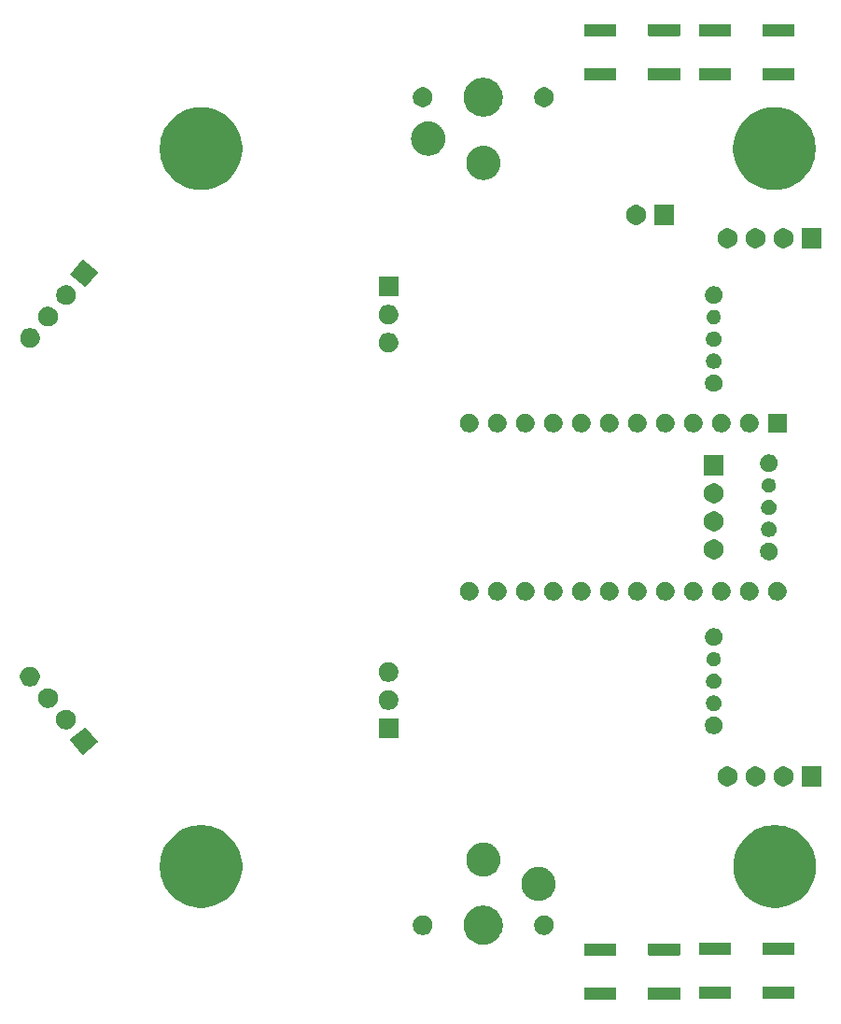
<source format=gbr>
G04 #@! TF.GenerationSoftware,KiCad,Pcbnew,9.0.2*
G04 #@! TF.CreationDate,2025-10-03T15:47:58-04:00*
G04 #@! TF.ProjectId,Trackball,54726163-6b62-4616-9c6c-2e6b69636164,rev?*
G04 #@! TF.SameCoordinates,Original*
G04 #@! TF.FileFunction,Soldermask,Top*
G04 #@! TF.FilePolarity,Negative*
%FSLAX46Y46*%
G04 Gerber Fmt 4.6, Leading zero omitted, Abs format (unit mm)*
G04 Created by KiCad (PCBNEW 9.0.2) date 2025-10-03 15:47:58*
%MOMM*%
%LPD*%
G01*
G04 APERTURE LIST*
G04 APERTURE END LIST*
G36*
X168019517Y-145116882D02*
G01*
X168036062Y-145127938D01*
X168047118Y-145144483D01*
X168051000Y-145164000D01*
X168051000Y-146164000D01*
X168047118Y-146183517D01*
X168036062Y-146200062D01*
X168019517Y-146211118D01*
X168000000Y-146215000D01*
X165200000Y-146215000D01*
X165180483Y-146211118D01*
X165163938Y-146200062D01*
X165152882Y-146183517D01*
X165149000Y-146164000D01*
X165149000Y-145164000D01*
X165152882Y-145144483D01*
X165163938Y-145127938D01*
X165180483Y-145116882D01*
X165200000Y-145113000D01*
X168000000Y-145113000D01*
X168019517Y-145116882D01*
G37*
G36*
X173819517Y-145116882D02*
G01*
X173836062Y-145127938D01*
X173847118Y-145144483D01*
X173851000Y-145164000D01*
X173851000Y-146164000D01*
X173847118Y-146183517D01*
X173836062Y-146200062D01*
X173819517Y-146211118D01*
X173800000Y-146215000D01*
X171000000Y-146215000D01*
X170980483Y-146211118D01*
X170963938Y-146200062D01*
X170952882Y-146183517D01*
X170949000Y-146164000D01*
X170949000Y-145164000D01*
X170952882Y-145144483D01*
X170963938Y-145127938D01*
X170980483Y-145116882D01*
X171000000Y-145113000D01*
X173800000Y-145113000D01*
X173819517Y-145116882D01*
G37*
G36*
X178419517Y-145052882D02*
G01*
X178436062Y-145063938D01*
X178447118Y-145080483D01*
X178451000Y-145100000D01*
X178451000Y-146100000D01*
X178447118Y-146119517D01*
X178436062Y-146136062D01*
X178419517Y-146147118D01*
X178400000Y-146151000D01*
X175600000Y-146151000D01*
X175580483Y-146147118D01*
X175563938Y-146136062D01*
X175552882Y-146119517D01*
X175549000Y-146100000D01*
X175549000Y-145100000D01*
X175552882Y-145080483D01*
X175563938Y-145063938D01*
X175580483Y-145052882D01*
X175600000Y-145049000D01*
X178400000Y-145049000D01*
X178419517Y-145052882D01*
G37*
G36*
X184219517Y-145052882D02*
G01*
X184236062Y-145063938D01*
X184247118Y-145080483D01*
X184251000Y-145100000D01*
X184251000Y-146100000D01*
X184247118Y-146119517D01*
X184236062Y-146136062D01*
X184219517Y-146147118D01*
X184200000Y-146151000D01*
X181400000Y-146151000D01*
X181380483Y-146147118D01*
X181363938Y-146136062D01*
X181352882Y-146119517D01*
X181349000Y-146100000D01*
X181349000Y-145100000D01*
X181352882Y-145080483D01*
X181363938Y-145063938D01*
X181380483Y-145052882D01*
X181400000Y-145049000D01*
X184200000Y-145049000D01*
X184219517Y-145052882D01*
G37*
G36*
X168019517Y-141116882D02*
G01*
X168036062Y-141127938D01*
X168047118Y-141144483D01*
X168051000Y-141164000D01*
X168051000Y-142164000D01*
X168047118Y-142183517D01*
X168036062Y-142200062D01*
X168019517Y-142211118D01*
X168000000Y-142215000D01*
X165200000Y-142215000D01*
X165180483Y-142211118D01*
X165163938Y-142200062D01*
X165152882Y-142183517D01*
X165149000Y-142164000D01*
X165149000Y-141164000D01*
X165152882Y-141144483D01*
X165163938Y-141127938D01*
X165180483Y-141116882D01*
X165200000Y-141113000D01*
X168000000Y-141113000D01*
X168019517Y-141116882D01*
G37*
G36*
X173819517Y-141116882D02*
G01*
X173836062Y-141127938D01*
X173847118Y-141144483D01*
X173851000Y-141164000D01*
X173851000Y-142164000D01*
X173847118Y-142183517D01*
X173836062Y-142200062D01*
X173819517Y-142211118D01*
X173800000Y-142215000D01*
X171000000Y-142215000D01*
X170980483Y-142211118D01*
X170963938Y-142200062D01*
X170952882Y-142183517D01*
X170949000Y-142164000D01*
X170949000Y-141164000D01*
X170952882Y-141144483D01*
X170963938Y-141127938D01*
X170980483Y-141116882D01*
X171000000Y-141113000D01*
X173800000Y-141113000D01*
X173819517Y-141116882D01*
G37*
G36*
X178419517Y-141052882D02*
G01*
X178436062Y-141063938D01*
X178447118Y-141080483D01*
X178451000Y-141100000D01*
X178451000Y-142100000D01*
X178447118Y-142119517D01*
X178436062Y-142136062D01*
X178419517Y-142147118D01*
X178400000Y-142151000D01*
X175600000Y-142151000D01*
X175580483Y-142147118D01*
X175563938Y-142136062D01*
X175552882Y-142119517D01*
X175549000Y-142100000D01*
X175549000Y-141100000D01*
X175552882Y-141080483D01*
X175563938Y-141063938D01*
X175580483Y-141052882D01*
X175600000Y-141049000D01*
X178400000Y-141049000D01*
X178419517Y-141052882D01*
G37*
G36*
X184219517Y-141052882D02*
G01*
X184236062Y-141063938D01*
X184247118Y-141080483D01*
X184251000Y-141100000D01*
X184251000Y-142100000D01*
X184247118Y-142119517D01*
X184236062Y-142136062D01*
X184219517Y-142147118D01*
X184200000Y-142151000D01*
X181400000Y-142151000D01*
X181380483Y-142147118D01*
X181363938Y-142136062D01*
X181352882Y-142119517D01*
X181349000Y-142100000D01*
X181349000Y-141100000D01*
X181352882Y-141080483D01*
X181363938Y-141063938D01*
X181380483Y-141052882D01*
X181400000Y-141049000D01*
X184200000Y-141049000D01*
X184219517Y-141052882D01*
G37*
G36*
X156344432Y-137732424D02*
G01*
X156567501Y-137792195D01*
X156780861Y-137880571D01*
X156980859Y-137996040D01*
X157164075Y-138136627D01*
X157327373Y-138299925D01*
X157467960Y-138483141D01*
X157583429Y-138683139D01*
X157671805Y-138896499D01*
X157731576Y-139119568D01*
X157761720Y-139348531D01*
X157761720Y-139579469D01*
X157731576Y-139808432D01*
X157671805Y-140031501D01*
X157583429Y-140244861D01*
X157467960Y-140444859D01*
X157327373Y-140628075D01*
X157164075Y-140791373D01*
X156980859Y-140931960D01*
X156780861Y-141047429D01*
X156567501Y-141135805D01*
X156344432Y-141195576D01*
X156115469Y-141225720D01*
X155884531Y-141225720D01*
X155655568Y-141195576D01*
X155432499Y-141135805D01*
X155219139Y-141047429D01*
X155019141Y-140931960D01*
X154835925Y-140791373D01*
X154672627Y-140628075D01*
X154532040Y-140444859D01*
X154416571Y-140244861D01*
X154328195Y-140031501D01*
X154268424Y-139808432D01*
X154238280Y-139579469D01*
X154238280Y-139348531D01*
X154268424Y-139119568D01*
X154328195Y-138896499D01*
X154416571Y-138683139D01*
X154532040Y-138483141D01*
X154672627Y-138299925D01*
X154835925Y-138136627D01*
X155019141Y-137996040D01*
X155219139Y-137880571D01*
X155432499Y-137792195D01*
X155655568Y-137732424D01*
X155884531Y-137702280D01*
X156115469Y-137702280D01*
X156344432Y-137732424D01*
G37*
G36*
X150761808Y-138600936D02*
G01*
X150925153Y-138668595D01*
X151072159Y-138766822D01*
X151197178Y-138891841D01*
X151295405Y-139038847D01*
X151363064Y-139202192D01*
X151397557Y-139375598D01*
X151397557Y-139552402D01*
X151363064Y-139725808D01*
X151295405Y-139889153D01*
X151197178Y-140036159D01*
X151072159Y-140161178D01*
X150925153Y-140259405D01*
X150761808Y-140327064D01*
X150588402Y-140361557D01*
X150411598Y-140361557D01*
X150238192Y-140327064D01*
X150074847Y-140259405D01*
X149927841Y-140161178D01*
X149802822Y-140036159D01*
X149704595Y-139889153D01*
X149636936Y-139725808D01*
X149602443Y-139552402D01*
X149602443Y-139375598D01*
X149636936Y-139202192D01*
X149704595Y-139038847D01*
X149802822Y-138891841D01*
X149927841Y-138766822D01*
X150074847Y-138668595D01*
X150238192Y-138600936D01*
X150411598Y-138566443D01*
X150588402Y-138566443D01*
X150761808Y-138600936D01*
G37*
G36*
X161761808Y-138600936D02*
G01*
X161925153Y-138668595D01*
X162072159Y-138766822D01*
X162197178Y-138891841D01*
X162295405Y-139038847D01*
X162363064Y-139202192D01*
X162397557Y-139375598D01*
X162397557Y-139552402D01*
X162363064Y-139725808D01*
X162295405Y-139889153D01*
X162197178Y-140036159D01*
X162072159Y-140161178D01*
X161925153Y-140259405D01*
X161761808Y-140327064D01*
X161588402Y-140361557D01*
X161411598Y-140361557D01*
X161238192Y-140327064D01*
X161074847Y-140259405D01*
X160927841Y-140161178D01*
X160802822Y-140036159D01*
X160704595Y-139889153D01*
X160636936Y-139725808D01*
X160602443Y-139552402D01*
X160602443Y-139375598D01*
X160636936Y-139202192D01*
X160704595Y-139038847D01*
X160802822Y-138891841D01*
X160927841Y-138766822D01*
X161074847Y-138668595D01*
X161238192Y-138600936D01*
X161411598Y-138566443D01*
X161588402Y-138566443D01*
X161761808Y-138600936D01*
G37*
G36*
X130950386Y-130439599D02*
G01*
X131311419Y-130511413D01*
X131663674Y-130618268D01*
X132003759Y-130759136D01*
X132328399Y-130932660D01*
X132634468Y-131137169D01*
X132919018Y-131370692D01*
X133179308Y-131630982D01*
X133412831Y-131915532D01*
X133617340Y-132221601D01*
X133790864Y-132546241D01*
X133931732Y-132886326D01*
X134038587Y-133238581D01*
X134110401Y-133599614D01*
X134146482Y-133965947D01*
X134146482Y-134334053D01*
X134110401Y-134700386D01*
X134038587Y-135061419D01*
X133931732Y-135413674D01*
X133790864Y-135753759D01*
X133617340Y-136078399D01*
X133412831Y-136384468D01*
X133179308Y-136669018D01*
X132919018Y-136929308D01*
X132634468Y-137162831D01*
X132328399Y-137367340D01*
X132003759Y-137540864D01*
X131663674Y-137681732D01*
X131311419Y-137788587D01*
X130950386Y-137860401D01*
X130584053Y-137896482D01*
X130215947Y-137896482D01*
X129849614Y-137860401D01*
X129488581Y-137788587D01*
X129136326Y-137681732D01*
X128796241Y-137540864D01*
X128471601Y-137367340D01*
X128165532Y-137162831D01*
X127880982Y-136929308D01*
X127620692Y-136669018D01*
X127387169Y-136384468D01*
X127182660Y-136078399D01*
X127009136Y-135753759D01*
X126868268Y-135413674D01*
X126761413Y-135061419D01*
X126689599Y-134700386D01*
X126653518Y-134334053D01*
X126653518Y-133965947D01*
X126689599Y-133599614D01*
X126761413Y-133238581D01*
X126868268Y-132886326D01*
X127009136Y-132546241D01*
X127182660Y-132221601D01*
X127387169Y-131915532D01*
X127620692Y-131630982D01*
X127880982Y-131370692D01*
X128165532Y-131137169D01*
X128471601Y-130932660D01*
X128796241Y-130759136D01*
X129136326Y-130618268D01*
X129488581Y-130511413D01*
X129849614Y-130439599D01*
X130215947Y-130403518D01*
X130584053Y-130403518D01*
X130950386Y-130439599D01*
G37*
G36*
X182997586Y-130439599D02*
G01*
X183358619Y-130511413D01*
X183710874Y-130618268D01*
X184050959Y-130759136D01*
X184375599Y-130932660D01*
X184681668Y-131137169D01*
X184966218Y-131370692D01*
X185226508Y-131630982D01*
X185460031Y-131915532D01*
X185664540Y-132221601D01*
X185838064Y-132546241D01*
X185978932Y-132886326D01*
X186085787Y-133238581D01*
X186157601Y-133599614D01*
X186193682Y-133965947D01*
X186193682Y-134334053D01*
X186157601Y-134700386D01*
X186085787Y-135061419D01*
X185978932Y-135413674D01*
X185838064Y-135753759D01*
X185664540Y-136078399D01*
X185460031Y-136384468D01*
X185226508Y-136669018D01*
X184966218Y-136929308D01*
X184681668Y-137162831D01*
X184375599Y-137367340D01*
X184050959Y-137540864D01*
X183710874Y-137681732D01*
X183358619Y-137788587D01*
X182997586Y-137860401D01*
X182631253Y-137896482D01*
X182263147Y-137896482D01*
X181896814Y-137860401D01*
X181535781Y-137788587D01*
X181183526Y-137681732D01*
X180843441Y-137540864D01*
X180518801Y-137367340D01*
X180212732Y-137162831D01*
X179928182Y-136929308D01*
X179667892Y-136669018D01*
X179434369Y-136384468D01*
X179229860Y-136078399D01*
X179056336Y-135753759D01*
X178915468Y-135413674D01*
X178808613Y-135061419D01*
X178736799Y-134700386D01*
X178700718Y-134334053D01*
X178700718Y-133965947D01*
X178736799Y-133599614D01*
X178808613Y-133238581D01*
X178915468Y-132886326D01*
X179056336Y-132546241D01*
X179229860Y-132221601D01*
X179434369Y-131915532D01*
X179667892Y-131630982D01*
X179928182Y-131370692D01*
X180212732Y-131137169D01*
X180518801Y-130932660D01*
X180843441Y-130759136D01*
X181183526Y-130618268D01*
X181535781Y-130511413D01*
X181896814Y-130439599D01*
X182263147Y-130403518D01*
X182631253Y-130403518D01*
X182997586Y-130439599D01*
G37*
G36*
X161110482Y-134167781D02*
G01*
X161121690Y-134167781D01*
X161176888Y-134176523D01*
X161302534Y-134193065D01*
X161333189Y-134201279D01*
X161362074Y-134205854D01*
X161417620Y-134223902D01*
X161498467Y-134245565D01*
X161550050Y-134266931D01*
X161593542Y-134281063D01*
X161634286Y-134301823D01*
X161685870Y-134323190D01*
X161758353Y-134365038D01*
X161810395Y-134391555D01*
X161834055Y-134408745D01*
X161861539Y-134424613D01*
X161962074Y-134501756D01*
X162007294Y-134534610D01*
X162015219Y-134542535D01*
X162022466Y-134548096D01*
X162165903Y-134691533D01*
X162171463Y-134698779D01*
X162179390Y-134706706D01*
X162212247Y-134751930D01*
X162289386Y-134852460D01*
X162305252Y-134879941D01*
X162322445Y-134903605D01*
X162348964Y-134955652D01*
X162390809Y-135028129D01*
X162412173Y-135079706D01*
X162432937Y-135120458D01*
X162447070Y-135163955D01*
X162468434Y-135215532D01*
X162490093Y-135296366D01*
X162508146Y-135351926D01*
X162512721Y-135380816D01*
X162520934Y-135411465D01*
X162537474Y-135537099D01*
X162546219Y-135592310D01*
X162546219Y-135603518D01*
X162547412Y-135612580D01*
X162547412Y-135815419D01*
X162546219Y-135824480D01*
X162546219Y-135835690D01*
X162537473Y-135890905D01*
X162520934Y-136016534D01*
X162512722Y-136047180D01*
X162508146Y-136076074D01*
X162490091Y-136131638D01*
X162468434Y-136212467D01*
X162447071Y-136264039D01*
X162432937Y-136307542D01*
X162412171Y-136348297D01*
X162390809Y-136399870D01*
X162348968Y-136472338D01*
X162322445Y-136524395D01*
X162305249Y-136548062D01*
X162289386Y-136575539D01*
X162212261Y-136676050D01*
X162179390Y-136721294D01*
X162171459Y-136729224D01*
X162165903Y-136736466D01*
X162022466Y-136879903D01*
X162015224Y-136885459D01*
X162007294Y-136893390D01*
X161962050Y-136926261D01*
X161861539Y-137003386D01*
X161834062Y-137019249D01*
X161810395Y-137036445D01*
X161758338Y-137062968D01*
X161685870Y-137104809D01*
X161634297Y-137126171D01*
X161593542Y-137146937D01*
X161550039Y-137161071D01*
X161498467Y-137182434D01*
X161417638Y-137204091D01*
X161362074Y-137222146D01*
X161333180Y-137226722D01*
X161302534Y-137234934D01*
X161176902Y-137251474D01*
X161121690Y-137260219D01*
X161110481Y-137260219D01*
X161101420Y-137261412D01*
X160898580Y-137261412D01*
X160889519Y-137260219D01*
X160878310Y-137260219D01*
X160823099Y-137251474D01*
X160697465Y-137234934D01*
X160666816Y-137226721D01*
X160637926Y-137222146D01*
X160582366Y-137204093D01*
X160501532Y-137182434D01*
X160449955Y-137161070D01*
X160406458Y-137146937D01*
X160365706Y-137126173D01*
X160314129Y-137104809D01*
X160241652Y-137062964D01*
X160189605Y-137036445D01*
X160165941Y-137019252D01*
X160138460Y-137003386D01*
X160037930Y-136926247D01*
X159992706Y-136893390D01*
X159984779Y-136885463D01*
X159977533Y-136879903D01*
X159834096Y-136736466D01*
X159828535Y-136729219D01*
X159820610Y-136721294D01*
X159787756Y-136676074D01*
X159710613Y-136575539D01*
X159694745Y-136548055D01*
X159677555Y-136524395D01*
X159651038Y-136472353D01*
X159609190Y-136399870D01*
X159587823Y-136348286D01*
X159567063Y-136307542D01*
X159552931Y-136264050D01*
X159531565Y-136212467D01*
X159509902Y-136131620D01*
X159491854Y-136076074D01*
X159487279Y-136047189D01*
X159479065Y-136016534D01*
X159462524Y-135890891D01*
X159453781Y-135835690D01*
X159453781Y-135824480D01*
X159452588Y-135815419D01*
X159452588Y-135612580D01*
X159453781Y-135603518D01*
X159453781Y-135592310D01*
X159462523Y-135537113D01*
X159479065Y-135411465D01*
X159487279Y-135380807D01*
X159491854Y-135351926D01*
X159509900Y-135296383D01*
X159531565Y-135215532D01*
X159552933Y-135163944D01*
X159567063Y-135120458D01*
X159587821Y-135079717D01*
X159609190Y-135028129D01*
X159651042Y-134955637D01*
X159677555Y-134903605D01*
X159694742Y-134879948D01*
X159710613Y-134852460D01*
X159787770Y-134751906D01*
X159820610Y-134706706D01*
X159828532Y-134698783D01*
X159834096Y-134691533D01*
X159977533Y-134548096D01*
X159984783Y-134542532D01*
X159992706Y-134534610D01*
X160037906Y-134501770D01*
X160138460Y-134424613D01*
X160165948Y-134408742D01*
X160189605Y-134391555D01*
X160241637Y-134365042D01*
X160314129Y-134323190D01*
X160365717Y-134301821D01*
X160406458Y-134281063D01*
X160449944Y-134266933D01*
X160501532Y-134245565D01*
X160582383Y-134223900D01*
X160637926Y-134205854D01*
X160666807Y-134201279D01*
X160697465Y-134193065D01*
X160823113Y-134176523D01*
X160878310Y-134167781D01*
X160889518Y-134167781D01*
X160898580Y-134166588D01*
X161101420Y-134166588D01*
X161110482Y-134167781D01*
G37*
G36*
X156110482Y-131967781D02*
G01*
X156121690Y-131967781D01*
X156176888Y-131976523D01*
X156302534Y-131993065D01*
X156333189Y-132001279D01*
X156362074Y-132005854D01*
X156417620Y-132023902D01*
X156498467Y-132045565D01*
X156550050Y-132066931D01*
X156593542Y-132081063D01*
X156634286Y-132101823D01*
X156685870Y-132123190D01*
X156758353Y-132165038D01*
X156810395Y-132191555D01*
X156834055Y-132208745D01*
X156861539Y-132224613D01*
X156962074Y-132301756D01*
X157007294Y-132334610D01*
X157015219Y-132342535D01*
X157022466Y-132348096D01*
X157165903Y-132491533D01*
X157171463Y-132498779D01*
X157179390Y-132506706D01*
X157212247Y-132551930D01*
X157289386Y-132652460D01*
X157305252Y-132679941D01*
X157322445Y-132703605D01*
X157348964Y-132755652D01*
X157390809Y-132828129D01*
X157412173Y-132879706D01*
X157432937Y-132920458D01*
X157447070Y-132963955D01*
X157468434Y-133015532D01*
X157490093Y-133096366D01*
X157508146Y-133151926D01*
X157512721Y-133180816D01*
X157520934Y-133211465D01*
X157537474Y-133337099D01*
X157546219Y-133392310D01*
X157546219Y-133403518D01*
X157547412Y-133412580D01*
X157547412Y-133615419D01*
X157546219Y-133624480D01*
X157546219Y-133635690D01*
X157537473Y-133690905D01*
X157520934Y-133816534D01*
X157512722Y-133847180D01*
X157508146Y-133876074D01*
X157490091Y-133931638D01*
X157468434Y-134012467D01*
X157447071Y-134064039D01*
X157432937Y-134107542D01*
X157412171Y-134148297D01*
X157390809Y-134199870D01*
X157348968Y-134272338D01*
X157322445Y-134324395D01*
X157305249Y-134348062D01*
X157289386Y-134375539D01*
X157212261Y-134476050D01*
X157179390Y-134521294D01*
X157171459Y-134529224D01*
X157165903Y-134536466D01*
X157022466Y-134679903D01*
X157015224Y-134685459D01*
X157007294Y-134693390D01*
X156962050Y-134726261D01*
X156861539Y-134803386D01*
X156834062Y-134819249D01*
X156810395Y-134836445D01*
X156758338Y-134862968D01*
X156685870Y-134904809D01*
X156634297Y-134926171D01*
X156593542Y-134946937D01*
X156550039Y-134961071D01*
X156498467Y-134982434D01*
X156417638Y-135004091D01*
X156362074Y-135022146D01*
X156333180Y-135026722D01*
X156302534Y-135034934D01*
X156176902Y-135051474D01*
X156121690Y-135060219D01*
X156110481Y-135060219D01*
X156101420Y-135061412D01*
X155898580Y-135061412D01*
X155889519Y-135060219D01*
X155878310Y-135060219D01*
X155823099Y-135051474D01*
X155697465Y-135034934D01*
X155666816Y-135026721D01*
X155637926Y-135022146D01*
X155582366Y-135004093D01*
X155501532Y-134982434D01*
X155449955Y-134961070D01*
X155406458Y-134946937D01*
X155365706Y-134926173D01*
X155314129Y-134904809D01*
X155241652Y-134862964D01*
X155189605Y-134836445D01*
X155165941Y-134819252D01*
X155138460Y-134803386D01*
X155037930Y-134726247D01*
X154992706Y-134693390D01*
X154984779Y-134685463D01*
X154977533Y-134679903D01*
X154834096Y-134536466D01*
X154828535Y-134529219D01*
X154820610Y-134521294D01*
X154787756Y-134476074D01*
X154710613Y-134375539D01*
X154694745Y-134348055D01*
X154677555Y-134324395D01*
X154651038Y-134272353D01*
X154609190Y-134199870D01*
X154587823Y-134148286D01*
X154567063Y-134107542D01*
X154552931Y-134064050D01*
X154531565Y-134012467D01*
X154509902Y-133931620D01*
X154491854Y-133876074D01*
X154487279Y-133847189D01*
X154479065Y-133816534D01*
X154462524Y-133690891D01*
X154453781Y-133635690D01*
X154453781Y-133624480D01*
X154452588Y-133615419D01*
X154452588Y-133412580D01*
X154453781Y-133403518D01*
X154453781Y-133392310D01*
X154462523Y-133337113D01*
X154479065Y-133211465D01*
X154487279Y-133180807D01*
X154491854Y-133151926D01*
X154509900Y-133096383D01*
X154531565Y-133015532D01*
X154552933Y-132963944D01*
X154567063Y-132920458D01*
X154587821Y-132879717D01*
X154609190Y-132828129D01*
X154651042Y-132755637D01*
X154677555Y-132703605D01*
X154694742Y-132679948D01*
X154710613Y-132652460D01*
X154787770Y-132551906D01*
X154820610Y-132506706D01*
X154828532Y-132498783D01*
X154834096Y-132491533D01*
X154977533Y-132348096D01*
X154984783Y-132342532D01*
X154992706Y-132334610D01*
X155037906Y-132301770D01*
X155138460Y-132224613D01*
X155165948Y-132208742D01*
X155189605Y-132191555D01*
X155241637Y-132165042D01*
X155314129Y-132123190D01*
X155365717Y-132101821D01*
X155406458Y-132081063D01*
X155449944Y-132066933D01*
X155501532Y-132045565D01*
X155582383Y-132023900D01*
X155637926Y-132005854D01*
X155666807Y-132001279D01*
X155697465Y-131993065D01*
X155823113Y-131976523D01*
X155878310Y-131967781D01*
X155889518Y-131967781D01*
X155898580Y-131966588D01*
X156101420Y-131966588D01*
X156110482Y-131967781D01*
G37*
G36*
X186637517Y-125086882D02*
G01*
X186654062Y-125097938D01*
X186665118Y-125114483D01*
X186669000Y-125134000D01*
X186669000Y-126834000D01*
X186665118Y-126853517D01*
X186654062Y-126870062D01*
X186637517Y-126881118D01*
X186618000Y-126885000D01*
X184918000Y-126885000D01*
X184898483Y-126881118D01*
X184881938Y-126870062D01*
X184870882Y-126853517D01*
X184867000Y-126834000D01*
X184867000Y-125134000D01*
X184870882Y-125114483D01*
X184881938Y-125097938D01*
X184898483Y-125086882D01*
X184918000Y-125083000D01*
X186618000Y-125083000D01*
X186637517Y-125086882D01*
G37*
G36*
X178409546Y-125121797D02*
G01*
X178572728Y-125189389D01*
X178719588Y-125287518D01*
X178844482Y-125412412D01*
X178942611Y-125559272D01*
X179010203Y-125722454D01*
X179044661Y-125895687D01*
X179044661Y-126072313D01*
X179010203Y-126245546D01*
X178942611Y-126408728D01*
X178844482Y-126555588D01*
X178719588Y-126680482D01*
X178572728Y-126778611D01*
X178409546Y-126846203D01*
X178236313Y-126880661D01*
X178059687Y-126880661D01*
X177886454Y-126846203D01*
X177723272Y-126778611D01*
X177576412Y-126680482D01*
X177451518Y-126555588D01*
X177353389Y-126408728D01*
X177285797Y-126245546D01*
X177251339Y-126072313D01*
X177251339Y-125895687D01*
X177285797Y-125722454D01*
X177353389Y-125559272D01*
X177451518Y-125412412D01*
X177576412Y-125287518D01*
X177723272Y-125189389D01*
X177886454Y-125121797D01*
X178059687Y-125087339D01*
X178236313Y-125087339D01*
X178409546Y-125121797D01*
G37*
G36*
X180949546Y-125121797D02*
G01*
X181112728Y-125189389D01*
X181259588Y-125287518D01*
X181384482Y-125412412D01*
X181482611Y-125559272D01*
X181550203Y-125722454D01*
X181584661Y-125895687D01*
X181584661Y-126072313D01*
X181550203Y-126245546D01*
X181482611Y-126408728D01*
X181384482Y-126555588D01*
X181259588Y-126680482D01*
X181112728Y-126778611D01*
X180949546Y-126846203D01*
X180776313Y-126880661D01*
X180599687Y-126880661D01*
X180426454Y-126846203D01*
X180263272Y-126778611D01*
X180116412Y-126680482D01*
X179991518Y-126555588D01*
X179893389Y-126408728D01*
X179825797Y-126245546D01*
X179791339Y-126072313D01*
X179791339Y-125895687D01*
X179825797Y-125722454D01*
X179893389Y-125559272D01*
X179991518Y-125412412D01*
X180116412Y-125287518D01*
X180263272Y-125189389D01*
X180426454Y-125121797D01*
X180599687Y-125087339D01*
X180776313Y-125087339D01*
X180949546Y-125121797D01*
G37*
G36*
X183489546Y-125121797D02*
G01*
X183652728Y-125189389D01*
X183799588Y-125287518D01*
X183924482Y-125412412D01*
X184022611Y-125559272D01*
X184090203Y-125722454D01*
X184124661Y-125895687D01*
X184124661Y-126072313D01*
X184090203Y-126245546D01*
X184022611Y-126408728D01*
X183924482Y-126555588D01*
X183799588Y-126680482D01*
X183652728Y-126778611D01*
X183489546Y-126846203D01*
X183316313Y-126880661D01*
X183139687Y-126880661D01*
X182966454Y-126846203D01*
X182803272Y-126778611D01*
X182656412Y-126680482D01*
X182531518Y-126555588D01*
X182433389Y-126408728D01*
X182365797Y-126245546D01*
X182331339Y-126072313D01*
X182331339Y-125895687D01*
X182365797Y-125722454D01*
X182433389Y-125559272D01*
X182531518Y-125412412D01*
X182656412Y-125287518D01*
X182803272Y-125189389D01*
X182966454Y-125121797D01*
X183139687Y-125087339D01*
X183316313Y-125087339D01*
X183489546Y-125121797D01*
G37*
G36*
X119902267Y-121543306D02*
G01*
X119917786Y-121555762D01*
X121010525Y-122858037D01*
X121020096Y-122875483D01*
X121022262Y-122895264D01*
X121016694Y-122914369D01*
X121004238Y-122929888D01*
X119701963Y-124022627D01*
X119684517Y-124032198D01*
X119664736Y-124034364D01*
X119645631Y-124028796D01*
X119630112Y-124016340D01*
X118537373Y-122714065D01*
X118527802Y-122696619D01*
X118525636Y-122676838D01*
X118531204Y-122657733D01*
X118543660Y-122642214D01*
X119845935Y-121549475D01*
X119863381Y-121539904D01*
X119883162Y-121537738D01*
X119902267Y-121543306D01*
G37*
G36*
X148269517Y-120702882D02*
G01*
X148286062Y-120713938D01*
X148297118Y-120730483D01*
X148301000Y-120750000D01*
X148301000Y-122450000D01*
X148297118Y-122469517D01*
X148286062Y-122486062D01*
X148269517Y-122497118D01*
X148250000Y-122501000D01*
X146550000Y-122501000D01*
X146530483Y-122497118D01*
X146513938Y-122486062D01*
X146502882Y-122469517D01*
X146499000Y-122450000D01*
X146499000Y-120750000D01*
X146502882Y-120730483D01*
X146513938Y-120713938D01*
X146530483Y-120702882D01*
X146550000Y-120699000D01*
X148250000Y-120699000D01*
X148269517Y-120702882D01*
G37*
G36*
X177132518Y-120583491D02*
G01*
X177277589Y-120643581D01*
X177408149Y-120730819D01*
X177519181Y-120841851D01*
X177606419Y-120972411D01*
X177666509Y-121117482D01*
X177697143Y-121271488D01*
X177697143Y-121428512D01*
X177666509Y-121582518D01*
X177606419Y-121727589D01*
X177519181Y-121858149D01*
X177408149Y-121969181D01*
X177277589Y-122056419D01*
X177132518Y-122116509D01*
X176978512Y-122147143D01*
X176821488Y-122147143D01*
X176667482Y-122116509D01*
X176522411Y-122056419D01*
X176391851Y-121969181D01*
X176280819Y-121858149D01*
X176193581Y-121727589D01*
X176133491Y-121582518D01*
X176102857Y-121428512D01*
X176102857Y-121271488D01*
X176133491Y-121117482D01*
X176193581Y-120972411D01*
X176280819Y-120841851D01*
X176391851Y-120730819D01*
X176522411Y-120643581D01*
X176667482Y-120583491D01*
X176821488Y-120552857D01*
X176978512Y-120552857D01*
X177132518Y-120583491D01*
G37*
G36*
X118402814Y-119978095D02*
G01*
X118565996Y-120045687D01*
X118712856Y-120143816D01*
X118837750Y-120268710D01*
X118935879Y-120415570D01*
X119003471Y-120578752D01*
X119037929Y-120751985D01*
X119037929Y-120928611D01*
X119003471Y-121101844D01*
X118935879Y-121265026D01*
X118837750Y-121411886D01*
X118712856Y-121536780D01*
X118565996Y-121634909D01*
X118402814Y-121702501D01*
X118229581Y-121736959D01*
X118052955Y-121736959D01*
X117879722Y-121702501D01*
X117716540Y-121634909D01*
X117569680Y-121536780D01*
X117444786Y-121411886D01*
X117346657Y-121265026D01*
X117279065Y-121101844D01*
X117244607Y-120928611D01*
X117244607Y-120751985D01*
X117279065Y-120578752D01*
X117346657Y-120415570D01*
X117444786Y-120268710D01*
X117569680Y-120143816D01*
X117716540Y-120045687D01*
X117879722Y-119978095D01*
X118052955Y-119943637D01*
X118229581Y-119943637D01*
X118402814Y-119978095D01*
G37*
G36*
X177103490Y-118679185D02*
G01*
X177230449Y-118731773D01*
X177344710Y-118808120D01*
X177441880Y-118905290D01*
X177518227Y-119019551D01*
X177570815Y-119146510D01*
X177597624Y-119281290D01*
X177597624Y-119418710D01*
X177570815Y-119553490D01*
X177518227Y-119680449D01*
X177441880Y-119794710D01*
X177344710Y-119891880D01*
X177230449Y-119968227D01*
X177103490Y-120020815D01*
X176968710Y-120047624D01*
X176831290Y-120047624D01*
X176696510Y-120020815D01*
X176569551Y-119968227D01*
X176455290Y-119891880D01*
X176358120Y-119794710D01*
X176281773Y-119680449D01*
X176229185Y-119553490D01*
X176202376Y-119418710D01*
X176202376Y-119281290D01*
X176229185Y-119146510D01*
X176281773Y-119019551D01*
X176358120Y-118905290D01*
X176455290Y-118808120D01*
X176569551Y-118731773D01*
X176696510Y-118679185D01*
X176831290Y-118652376D01*
X176968710Y-118652376D01*
X177103490Y-118679185D01*
G37*
G36*
X147661546Y-118197797D02*
G01*
X147824728Y-118265389D01*
X147971588Y-118363518D01*
X148096482Y-118488412D01*
X148194611Y-118635272D01*
X148262203Y-118798454D01*
X148296661Y-118971687D01*
X148296661Y-119148313D01*
X148262203Y-119321546D01*
X148194611Y-119484728D01*
X148096482Y-119631588D01*
X147971588Y-119756482D01*
X147824728Y-119854611D01*
X147661546Y-119922203D01*
X147488313Y-119956661D01*
X147311687Y-119956661D01*
X147138454Y-119922203D01*
X146975272Y-119854611D01*
X146828412Y-119756482D01*
X146703518Y-119631588D01*
X146605389Y-119484728D01*
X146537797Y-119321546D01*
X146503339Y-119148313D01*
X146503339Y-118971687D01*
X146537797Y-118798454D01*
X146605389Y-118635272D01*
X146703518Y-118488412D01*
X146828412Y-118363518D01*
X146975272Y-118265389D01*
X147138454Y-118197797D01*
X147311687Y-118163339D01*
X147488313Y-118163339D01*
X147661546Y-118197797D01*
G37*
G36*
X116770135Y-118032343D02*
G01*
X116933317Y-118099935D01*
X117080177Y-118198064D01*
X117205071Y-118322958D01*
X117303200Y-118469818D01*
X117370792Y-118633000D01*
X117405250Y-118806233D01*
X117405250Y-118982859D01*
X117370792Y-119156092D01*
X117303200Y-119319274D01*
X117205071Y-119466134D01*
X117080177Y-119591028D01*
X116933317Y-119689157D01*
X116770135Y-119756749D01*
X116596902Y-119791207D01*
X116420276Y-119791207D01*
X116247043Y-119756749D01*
X116083861Y-119689157D01*
X115937001Y-119591028D01*
X115812107Y-119466134D01*
X115713978Y-119319274D01*
X115646386Y-119156092D01*
X115611928Y-118982859D01*
X115611928Y-118806233D01*
X115646386Y-118633000D01*
X115713978Y-118469818D01*
X115812107Y-118322958D01*
X115937001Y-118198064D01*
X116083861Y-118099935D01*
X116247043Y-118032343D01*
X116420276Y-117997885D01*
X116596902Y-117997885D01*
X116770135Y-118032343D01*
G37*
G36*
X177103490Y-116679185D02*
G01*
X177230449Y-116731773D01*
X177344710Y-116808120D01*
X177441880Y-116905290D01*
X177518227Y-117019551D01*
X177570815Y-117146510D01*
X177597624Y-117281290D01*
X177597624Y-117418710D01*
X177570815Y-117553490D01*
X177518227Y-117680449D01*
X177441880Y-117794710D01*
X177344710Y-117891880D01*
X177230449Y-117968227D01*
X177103490Y-118020815D01*
X176968710Y-118047624D01*
X176831290Y-118047624D01*
X176696510Y-118020815D01*
X176569551Y-117968227D01*
X176455290Y-117891880D01*
X176358120Y-117794710D01*
X176281773Y-117680449D01*
X176229185Y-117553490D01*
X176202376Y-117418710D01*
X176202376Y-117281290D01*
X176229185Y-117146510D01*
X176281773Y-117019551D01*
X176358120Y-116905290D01*
X176455290Y-116808120D01*
X176569551Y-116731773D01*
X176696510Y-116679185D01*
X176831290Y-116652376D01*
X176968710Y-116652376D01*
X177103490Y-116679185D01*
G37*
G36*
X115137453Y-116086589D02*
G01*
X115300635Y-116154181D01*
X115447495Y-116252310D01*
X115572389Y-116377204D01*
X115670518Y-116524064D01*
X115738110Y-116687246D01*
X115772568Y-116860479D01*
X115772568Y-117037105D01*
X115738110Y-117210338D01*
X115670518Y-117373520D01*
X115572389Y-117520380D01*
X115447495Y-117645274D01*
X115300635Y-117743403D01*
X115137453Y-117810995D01*
X114964220Y-117845453D01*
X114787594Y-117845453D01*
X114614361Y-117810995D01*
X114451179Y-117743403D01*
X114304319Y-117645274D01*
X114179425Y-117520380D01*
X114081296Y-117373520D01*
X114013704Y-117210338D01*
X113979246Y-117037105D01*
X113979246Y-116860479D01*
X114013704Y-116687246D01*
X114081296Y-116524064D01*
X114179425Y-116377204D01*
X114304319Y-116252310D01*
X114451179Y-116154181D01*
X114614361Y-116086589D01*
X114787594Y-116052131D01*
X114964220Y-116052131D01*
X115137453Y-116086589D01*
G37*
G36*
X147661546Y-115657797D02*
G01*
X147824728Y-115725389D01*
X147971588Y-115823518D01*
X148096482Y-115948412D01*
X148194611Y-116095272D01*
X148262203Y-116258454D01*
X148296661Y-116431687D01*
X148296661Y-116608313D01*
X148262203Y-116781546D01*
X148194611Y-116944728D01*
X148096482Y-117091588D01*
X147971588Y-117216482D01*
X147824728Y-117314611D01*
X147661546Y-117382203D01*
X147488313Y-117416661D01*
X147311687Y-117416661D01*
X147138454Y-117382203D01*
X146975272Y-117314611D01*
X146828412Y-117216482D01*
X146703518Y-117091588D01*
X146605389Y-116944728D01*
X146537797Y-116781546D01*
X146503339Y-116608313D01*
X146503339Y-116431687D01*
X146537797Y-116258454D01*
X146605389Y-116095272D01*
X146703518Y-115948412D01*
X146828412Y-115823518D01*
X146975272Y-115725389D01*
X147138454Y-115657797D01*
X147311687Y-115623339D01*
X147488313Y-115623339D01*
X147661546Y-115657797D01*
G37*
G36*
X177088975Y-114727032D02*
G01*
X177206879Y-114775869D01*
X177312990Y-114846770D01*
X177403230Y-114937010D01*
X177474131Y-115043121D01*
X177522968Y-115161025D01*
X177547865Y-115286191D01*
X177547865Y-115413809D01*
X177522968Y-115538975D01*
X177474131Y-115656879D01*
X177403230Y-115762990D01*
X177312990Y-115853230D01*
X177206879Y-115924131D01*
X177088975Y-115972968D01*
X176963809Y-115997865D01*
X176836191Y-115997865D01*
X176711025Y-115972968D01*
X176593121Y-115924131D01*
X176487010Y-115853230D01*
X176396770Y-115762990D01*
X176325869Y-115656879D01*
X176277032Y-115538975D01*
X176252135Y-115413809D01*
X176252135Y-115286191D01*
X176277032Y-115161025D01*
X176325869Y-115043121D01*
X176396770Y-114937010D01*
X176487010Y-114846770D01*
X176593121Y-114775869D01*
X176711025Y-114727032D01*
X176836191Y-114702135D01*
X176963809Y-114702135D01*
X177088975Y-114727032D01*
G37*
G36*
X177132518Y-112583491D02*
G01*
X177277589Y-112643581D01*
X177408149Y-112730819D01*
X177519181Y-112841851D01*
X177606419Y-112972411D01*
X177666509Y-113117482D01*
X177697143Y-113271488D01*
X177697143Y-113428512D01*
X177666509Y-113582518D01*
X177606419Y-113727589D01*
X177519181Y-113858149D01*
X177408149Y-113969181D01*
X177277589Y-114056419D01*
X177132518Y-114116509D01*
X176978512Y-114147143D01*
X176821488Y-114147143D01*
X176667482Y-114116509D01*
X176522411Y-114056419D01*
X176391851Y-113969181D01*
X176280819Y-113858149D01*
X176193581Y-113727589D01*
X176133491Y-113582518D01*
X176102857Y-113428512D01*
X176102857Y-113271488D01*
X176133491Y-113117482D01*
X176193581Y-112972411D01*
X176280819Y-112841851D01*
X176391851Y-112730819D01*
X176522411Y-112643581D01*
X176667482Y-112583491D01*
X176821488Y-112552857D01*
X176978512Y-112552857D01*
X177132518Y-112583491D01*
G37*
G36*
X154967032Y-108385644D02*
G01*
X155121159Y-108449485D01*
X155259869Y-108542168D01*
X155377832Y-108660131D01*
X155470515Y-108798841D01*
X155534356Y-108952968D01*
X155566902Y-109116587D01*
X155566902Y-109283413D01*
X155534356Y-109447032D01*
X155470515Y-109601159D01*
X155377832Y-109739869D01*
X155259869Y-109857832D01*
X155121159Y-109950515D01*
X154967032Y-110014356D01*
X154803413Y-110046902D01*
X154636587Y-110046902D01*
X154472968Y-110014356D01*
X154318841Y-109950515D01*
X154180131Y-109857832D01*
X154062168Y-109739869D01*
X153969485Y-109601159D01*
X153905644Y-109447032D01*
X153873098Y-109283413D01*
X153873098Y-109116587D01*
X153905644Y-108952968D01*
X153969485Y-108798841D01*
X154062168Y-108660131D01*
X154180131Y-108542168D01*
X154318841Y-108449485D01*
X154472968Y-108385644D01*
X154636587Y-108353098D01*
X154803413Y-108353098D01*
X154967032Y-108385644D01*
G37*
G36*
X157507032Y-108385644D02*
G01*
X157661159Y-108449485D01*
X157799869Y-108542168D01*
X157917832Y-108660131D01*
X158010515Y-108798841D01*
X158074356Y-108952968D01*
X158106902Y-109116587D01*
X158106902Y-109283413D01*
X158074356Y-109447032D01*
X158010515Y-109601159D01*
X157917832Y-109739869D01*
X157799869Y-109857832D01*
X157661159Y-109950515D01*
X157507032Y-110014356D01*
X157343413Y-110046902D01*
X157176587Y-110046902D01*
X157012968Y-110014356D01*
X156858841Y-109950515D01*
X156720131Y-109857832D01*
X156602168Y-109739869D01*
X156509485Y-109601159D01*
X156445644Y-109447032D01*
X156413098Y-109283413D01*
X156413098Y-109116587D01*
X156445644Y-108952968D01*
X156509485Y-108798841D01*
X156602168Y-108660131D01*
X156720131Y-108542168D01*
X156858841Y-108449485D01*
X157012968Y-108385644D01*
X157176587Y-108353098D01*
X157343413Y-108353098D01*
X157507032Y-108385644D01*
G37*
G36*
X160047032Y-108385644D02*
G01*
X160201159Y-108449485D01*
X160339869Y-108542168D01*
X160457832Y-108660131D01*
X160550515Y-108798841D01*
X160614356Y-108952968D01*
X160646902Y-109116587D01*
X160646902Y-109283413D01*
X160614356Y-109447032D01*
X160550515Y-109601159D01*
X160457832Y-109739869D01*
X160339869Y-109857832D01*
X160201159Y-109950515D01*
X160047032Y-110014356D01*
X159883413Y-110046902D01*
X159716587Y-110046902D01*
X159552968Y-110014356D01*
X159398841Y-109950515D01*
X159260131Y-109857832D01*
X159142168Y-109739869D01*
X159049485Y-109601159D01*
X158985644Y-109447032D01*
X158953098Y-109283413D01*
X158953098Y-109116587D01*
X158985644Y-108952968D01*
X159049485Y-108798841D01*
X159142168Y-108660131D01*
X159260131Y-108542168D01*
X159398841Y-108449485D01*
X159552968Y-108385644D01*
X159716587Y-108353098D01*
X159883413Y-108353098D01*
X160047032Y-108385644D01*
G37*
G36*
X162587032Y-108385644D02*
G01*
X162741159Y-108449485D01*
X162879869Y-108542168D01*
X162997832Y-108660131D01*
X163090515Y-108798841D01*
X163154356Y-108952968D01*
X163186902Y-109116587D01*
X163186902Y-109283413D01*
X163154356Y-109447032D01*
X163090515Y-109601159D01*
X162997832Y-109739869D01*
X162879869Y-109857832D01*
X162741159Y-109950515D01*
X162587032Y-110014356D01*
X162423413Y-110046902D01*
X162256587Y-110046902D01*
X162092968Y-110014356D01*
X161938841Y-109950515D01*
X161800131Y-109857832D01*
X161682168Y-109739869D01*
X161589485Y-109601159D01*
X161525644Y-109447032D01*
X161493098Y-109283413D01*
X161493098Y-109116587D01*
X161525644Y-108952968D01*
X161589485Y-108798841D01*
X161682168Y-108660131D01*
X161800131Y-108542168D01*
X161938841Y-108449485D01*
X162092968Y-108385644D01*
X162256587Y-108353098D01*
X162423413Y-108353098D01*
X162587032Y-108385644D01*
G37*
G36*
X165127032Y-108385644D02*
G01*
X165281159Y-108449485D01*
X165419869Y-108542168D01*
X165537832Y-108660131D01*
X165630515Y-108798841D01*
X165694356Y-108952968D01*
X165726902Y-109116587D01*
X165726902Y-109283413D01*
X165694356Y-109447032D01*
X165630515Y-109601159D01*
X165537832Y-109739869D01*
X165419869Y-109857832D01*
X165281159Y-109950515D01*
X165127032Y-110014356D01*
X164963413Y-110046902D01*
X164796587Y-110046902D01*
X164632968Y-110014356D01*
X164478841Y-109950515D01*
X164340131Y-109857832D01*
X164222168Y-109739869D01*
X164129485Y-109601159D01*
X164065644Y-109447032D01*
X164033098Y-109283413D01*
X164033098Y-109116587D01*
X164065644Y-108952968D01*
X164129485Y-108798841D01*
X164222168Y-108660131D01*
X164340131Y-108542168D01*
X164478841Y-108449485D01*
X164632968Y-108385644D01*
X164796587Y-108353098D01*
X164963413Y-108353098D01*
X165127032Y-108385644D01*
G37*
G36*
X167667032Y-108385644D02*
G01*
X167821159Y-108449485D01*
X167959869Y-108542168D01*
X168077832Y-108660131D01*
X168170515Y-108798841D01*
X168234356Y-108952968D01*
X168266902Y-109116587D01*
X168266902Y-109283413D01*
X168234356Y-109447032D01*
X168170515Y-109601159D01*
X168077832Y-109739869D01*
X167959869Y-109857832D01*
X167821159Y-109950515D01*
X167667032Y-110014356D01*
X167503413Y-110046902D01*
X167336587Y-110046902D01*
X167172968Y-110014356D01*
X167018841Y-109950515D01*
X166880131Y-109857832D01*
X166762168Y-109739869D01*
X166669485Y-109601159D01*
X166605644Y-109447032D01*
X166573098Y-109283413D01*
X166573098Y-109116587D01*
X166605644Y-108952968D01*
X166669485Y-108798841D01*
X166762168Y-108660131D01*
X166880131Y-108542168D01*
X167018841Y-108449485D01*
X167172968Y-108385644D01*
X167336587Y-108353098D01*
X167503413Y-108353098D01*
X167667032Y-108385644D01*
G37*
G36*
X170207032Y-108385644D02*
G01*
X170361159Y-108449485D01*
X170499869Y-108542168D01*
X170617832Y-108660131D01*
X170710515Y-108798841D01*
X170774356Y-108952968D01*
X170806902Y-109116587D01*
X170806902Y-109283413D01*
X170774356Y-109447032D01*
X170710515Y-109601159D01*
X170617832Y-109739869D01*
X170499869Y-109857832D01*
X170361159Y-109950515D01*
X170207032Y-110014356D01*
X170043413Y-110046902D01*
X169876587Y-110046902D01*
X169712968Y-110014356D01*
X169558841Y-109950515D01*
X169420131Y-109857832D01*
X169302168Y-109739869D01*
X169209485Y-109601159D01*
X169145644Y-109447032D01*
X169113098Y-109283413D01*
X169113098Y-109116587D01*
X169145644Y-108952968D01*
X169209485Y-108798841D01*
X169302168Y-108660131D01*
X169420131Y-108542168D01*
X169558841Y-108449485D01*
X169712968Y-108385644D01*
X169876587Y-108353098D01*
X170043413Y-108353098D01*
X170207032Y-108385644D01*
G37*
G36*
X172747032Y-108385644D02*
G01*
X172901159Y-108449485D01*
X173039869Y-108542168D01*
X173157832Y-108660131D01*
X173250515Y-108798841D01*
X173314356Y-108952968D01*
X173346902Y-109116587D01*
X173346902Y-109283413D01*
X173314356Y-109447032D01*
X173250515Y-109601159D01*
X173157832Y-109739869D01*
X173039869Y-109857832D01*
X172901159Y-109950515D01*
X172747032Y-110014356D01*
X172583413Y-110046902D01*
X172416587Y-110046902D01*
X172252968Y-110014356D01*
X172098841Y-109950515D01*
X171960131Y-109857832D01*
X171842168Y-109739869D01*
X171749485Y-109601159D01*
X171685644Y-109447032D01*
X171653098Y-109283413D01*
X171653098Y-109116587D01*
X171685644Y-108952968D01*
X171749485Y-108798841D01*
X171842168Y-108660131D01*
X171960131Y-108542168D01*
X172098841Y-108449485D01*
X172252968Y-108385644D01*
X172416587Y-108353098D01*
X172583413Y-108353098D01*
X172747032Y-108385644D01*
G37*
G36*
X175287032Y-108385644D02*
G01*
X175441159Y-108449485D01*
X175579869Y-108542168D01*
X175697832Y-108660131D01*
X175790515Y-108798841D01*
X175854356Y-108952968D01*
X175886902Y-109116587D01*
X175886902Y-109283413D01*
X175854356Y-109447032D01*
X175790515Y-109601159D01*
X175697832Y-109739869D01*
X175579869Y-109857832D01*
X175441159Y-109950515D01*
X175287032Y-110014356D01*
X175123413Y-110046902D01*
X174956587Y-110046902D01*
X174792968Y-110014356D01*
X174638841Y-109950515D01*
X174500131Y-109857832D01*
X174382168Y-109739869D01*
X174289485Y-109601159D01*
X174225644Y-109447032D01*
X174193098Y-109283413D01*
X174193098Y-109116587D01*
X174225644Y-108952968D01*
X174289485Y-108798841D01*
X174382168Y-108660131D01*
X174500131Y-108542168D01*
X174638841Y-108449485D01*
X174792968Y-108385644D01*
X174956587Y-108353098D01*
X175123413Y-108353098D01*
X175287032Y-108385644D01*
G37*
G36*
X177827032Y-108385644D02*
G01*
X177981159Y-108449485D01*
X178119869Y-108542168D01*
X178237832Y-108660131D01*
X178330515Y-108798841D01*
X178394356Y-108952968D01*
X178426902Y-109116587D01*
X178426902Y-109283413D01*
X178394356Y-109447032D01*
X178330515Y-109601159D01*
X178237832Y-109739869D01*
X178119869Y-109857832D01*
X177981159Y-109950515D01*
X177827032Y-110014356D01*
X177663413Y-110046902D01*
X177496587Y-110046902D01*
X177332968Y-110014356D01*
X177178841Y-109950515D01*
X177040131Y-109857832D01*
X176922168Y-109739869D01*
X176829485Y-109601159D01*
X176765644Y-109447032D01*
X176733098Y-109283413D01*
X176733098Y-109116587D01*
X176765644Y-108952968D01*
X176829485Y-108798841D01*
X176922168Y-108660131D01*
X177040131Y-108542168D01*
X177178841Y-108449485D01*
X177332968Y-108385644D01*
X177496587Y-108353098D01*
X177663413Y-108353098D01*
X177827032Y-108385644D01*
G37*
G36*
X180367032Y-108385644D02*
G01*
X180521159Y-108449485D01*
X180659869Y-108542168D01*
X180777832Y-108660131D01*
X180870515Y-108798841D01*
X180934356Y-108952968D01*
X180966902Y-109116587D01*
X180966902Y-109283413D01*
X180934356Y-109447032D01*
X180870515Y-109601159D01*
X180777832Y-109739869D01*
X180659869Y-109857832D01*
X180521159Y-109950515D01*
X180367032Y-110014356D01*
X180203413Y-110046902D01*
X180036587Y-110046902D01*
X179872968Y-110014356D01*
X179718841Y-109950515D01*
X179580131Y-109857832D01*
X179462168Y-109739869D01*
X179369485Y-109601159D01*
X179305644Y-109447032D01*
X179273098Y-109283413D01*
X179273098Y-109116587D01*
X179305644Y-108952968D01*
X179369485Y-108798841D01*
X179462168Y-108660131D01*
X179580131Y-108542168D01*
X179718841Y-108449485D01*
X179872968Y-108385644D01*
X180036587Y-108353098D01*
X180203413Y-108353098D01*
X180367032Y-108385644D01*
G37*
G36*
X182907032Y-108385644D02*
G01*
X183061159Y-108449485D01*
X183199869Y-108542168D01*
X183317832Y-108660131D01*
X183410515Y-108798841D01*
X183474356Y-108952968D01*
X183506902Y-109116587D01*
X183506902Y-109283413D01*
X183474356Y-109447032D01*
X183410515Y-109601159D01*
X183317832Y-109739869D01*
X183199869Y-109857832D01*
X183061159Y-109950515D01*
X182907032Y-110014356D01*
X182743413Y-110046902D01*
X182576587Y-110046902D01*
X182412968Y-110014356D01*
X182258841Y-109950515D01*
X182120131Y-109857832D01*
X182002168Y-109739869D01*
X181909485Y-109601159D01*
X181845644Y-109447032D01*
X181813098Y-109283413D01*
X181813098Y-109116587D01*
X181845644Y-108952968D01*
X181909485Y-108798841D01*
X182002168Y-108660131D01*
X182120131Y-108542168D01*
X182258841Y-108449485D01*
X182412968Y-108385644D01*
X182576587Y-108353098D01*
X182743413Y-108353098D01*
X182907032Y-108385644D01*
G37*
G36*
X182132518Y-104833491D02*
G01*
X182277589Y-104893581D01*
X182408149Y-104980819D01*
X182519181Y-105091851D01*
X182606419Y-105222411D01*
X182666509Y-105367482D01*
X182697143Y-105521488D01*
X182697143Y-105678512D01*
X182666509Y-105832518D01*
X182606419Y-105977589D01*
X182519181Y-106108149D01*
X182408149Y-106219181D01*
X182277589Y-106306419D01*
X182132518Y-106366509D01*
X181978512Y-106397143D01*
X181821488Y-106397143D01*
X181667482Y-106366509D01*
X181522411Y-106306419D01*
X181391851Y-106219181D01*
X181280819Y-106108149D01*
X181193581Y-105977589D01*
X181133491Y-105832518D01*
X181102857Y-105678512D01*
X181102857Y-105521488D01*
X181133491Y-105367482D01*
X181193581Y-105222411D01*
X181280819Y-105091851D01*
X181391851Y-104980819D01*
X181522411Y-104893581D01*
X181667482Y-104833491D01*
X181821488Y-104802857D01*
X181978512Y-104802857D01*
X182132518Y-104833491D01*
G37*
G36*
X177161546Y-104557797D02*
G01*
X177324728Y-104625389D01*
X177471588Y-104723518D01*
X177596482Y-104848412D01*
X177694611Y-104995272D01*
X177762203Y-105158454D01*
X177796661Y-105331687D01*
X177796661Y-105508313D01*
X177762203Y-105681546D01*
X177694611Y-105844728D01*
X177596482Y-105991588D01*
X177471588Y-106116482D01*
X177324728Y-106214611D01*
X177161546Y-106282203D01*
X176988313Y-106316661D01*
X176811687Y-106316661D01*
X176638454Y-106282203D01*
X176475272Y-106214611D01*
X176328412Y-106116482D01*
X176203518Y-105991588D01*
X176105389Y-105844728D01*
X176037797Y-105681546D01*
X176003339Y-105508313D01*
X176003339Y-105331687D01*
X176037797Y-105158454D01*
X176105389Y-104995272D01*
X176203518Y-104848412D01*
X176328412Y-104723518D01*
X176475272Y-104625389D01*
X176638454Y-104557797D01*
X176811687Y-104523339D01*
X176988313Y-104523339D01*
X177161546Y-104557797D01*
G37*
G36*
X182103490Y-102929185D02*
G01*
X182230449Y-102981773D01*
X182344710Y-103058120D01*
X182441880Y-103155290D01*
X182518227Y-103269551D01*
X182570815Y-103396510D01*
X182597624Y-103531290D01*
X182597624Y-103668710D01*
X182570815Y-103803490D01*
X182518227Y-103930449D01*
X182441880Y-104044710D01*
X182344710Y-104141880D01*
X182230449Y-104218227D01*
X182103490Y-104270815D01*
X181968710Y-104297624D01*
X181831290Y-104297624D01*
X181696510Y-104270815D01*
X181569551Y-104218227D01*
X181455290Y-104141880D01*
X181358120Y-104044710D01*
X181281773Y-103930449D01*
X181229185Y-103803490D01*
X181202376Y-103668710D01*
X181202376Y-103531290D01*
X181229185Y-103396510D01*
X181281773Y-103269551D01*
X181358120Y-103155290D01*
X181455290Y-103058120D01*
X181569551Y-102981773D01*
X181696510Y-102929185D01*
X181831290Y-102902376D01*
X181968710Y-102902376D01*
X182103490Y-102929185D01*
G37*
G36*
X177161546Y-102017797D02*
G01*
X177324728Y-102085389D01*
X177471588Y-102183518D01*
X177596482Y-102308412D01*
X177694611Y-102455272D01*
X177762203Y-102618454D01*
X177796661Y-102791687D01*
X177796661Y-102968313D01*
X177762203Y-103141546D01*
X177694611Y-103304728D01*
X177596482Y-103451588D01*
X177471588Y-103576482D01*
X177324728Y-103674611D01*
X177161546Y-103742203D01*
X176988313Y-103776661D01*
X176811687Y-103776661D01*
X176638454Y-103742203D01*
X176475272Y-103674611D01*
X176328412Y-103576482D01*
X176203518Y-103451588D01*
X176105389Y-103304728D01*
X176037797Y-103141546D01*
X176003339Y-102968313D01*
X176003339Y-102791687D01*
X176037797Y-102618454D01*
X176105389Y-102455272D01*
X176203518Y-102308412D01*
X176328412Y-102183518D01*
X176475272Y-102085389D01*
X176638454Y-102017797D01*
X176811687Y-101983339D01*
X176988313Y-101983339D01*
X177161546Y-102017797D01*
G37*
G36*
X182103490Y-100929185D02*
G01*
X182230449Y-100981773D01*
X182344710Y-101058120D01*
X182441880Y-101155290D01*
X182518227Y-101269551D01*
X182570815Y-101396510D01*
X182597624Y-101531290D01*
X182597624Y-101668710D01*
X182570815Y-101803490D01*
X182518227Y-101930449D01*
X182441880Y-102044710D01*
X182344710Y-102141880D01*
X182230449Y-102218227D01*
X182103490Y-102270815D01*
X181968710Y-102297624D01*
X181831290Y-102297624D01*
X181696510Y-102270815D01*
X181569551Y-102218227D01*
X181455290Y-102141880D01*
X181358120Y-102044710D01*
X181281773Y-101930449D01*
X181229185Y-101803490D01*
X181202376Y-101668710D01*
X181202376Y-101531290D01*
X181229185Y-101396510D01*
X181281773Y-101269551D01*
X181358120Y-101155290D01*
X181455290Y-101058120D01*
X181569551Y-100981773D01*
X181696510Y-100929185D01*
X181831290Y-100902376D01*
X181968710Y-100902376D01*
X182103490Y-100929185D01*
G37*
G36*
X177161546Y-99477797D02*
G01*
X177324728Y-99545389D01*
X177471588Y-99643518D01*
X177596482Y-99768412D01*
X177694611Y-99915272D01*
X177762203Y-100078454D01*
X177796661Y-100251687D01*
X177796661Y-100428313D01*
X177762203Y-100601546D01*
X177694611Y-100764728D01*
X177596482Y-100911588D01*
X177471588Y-101036482D01*
X177324728Y-101134611D01*
X177161546Y-101202203D01*
X176988313Y-101236661D01*
X176811687Y-101236661D01*
X176638454Y-101202203D01*
X176475272Y-101134611D01*
X176328412Y-101036482D01*
X176203518Y-100911588D01*
X176105389Y-100764728D01*
X176037797Y-100601546D01*
X176003339Y-100428313D01*
X176003339Y-100251687D01*
X176037797Y-100078454D01*
X176105389Y-99915272D01*
X176203518Y-99768412D01*
X176328412Y-99643518D01*
X176475272Y-99545389D01*
X176638454Y-99477797D01*
X176811687Y-99443339D01*
X176988313Y-99443339D01*
X177161546Y-99477797D01*
G37*
G36*
X182088975Y-98977032D02*
G01*
X182206879Y-99025869D01*
X182312990Y-99096770D01*
X182403230Y-99187010D01*
X182474131Y-99293121D01*
X182522968Y-99411025D01*
X182547865Y-99536191D01*
X182547865Y-99663809D01*
X182522968Y-99788975D01*
X182474131Y-99906879D01*
X182403230Y-100012990D01*
X182312990Y-100103230D01*
X182206879Y-100174131D01*
X182088975Y-100222968D01*
X181963809Y-100247865D01*
X181836191Y-100247865D01*
X181711025Y-100222968D01*
X181593121Y-100174131D01*
X181487010Y-100103230D01*
X181396770Y-100012990D01*
X181325869Y-99906879D01*
X181277032Y-99788975D01*
X181252135Y-99663809D01*
X181252135Y-99536191D01*
X181277032Y-99411025D01*
X181325869Y-99293121D01*
X181396770Y-99187010D01*
X181487010Y-99096770D01*
X181593121Y-99025869D01*
X181711025Y-98977032D01*
X181836191Y-98952135D01*
X181963809Y-98952135D01*
X182088975Y-98977032D01*
G37*
G36*
X177769517Y-96902882D02*
G01*
X177786062Y-96913938D01*
X177797118Y-96930483D01*
X177801000Y-96950000D01*
X177801000Y-98650000D01*
X177797118Y-98669517D01*
X177786062Y-98686062D01*
X177769517Y-98697118D01*
X177750000Y-98701000D01*
X176050000Y-98701000D01*
X176030483Y-98697118D01*
X176013938Y-98686062D01*
X176002882Y-98669517D01*
X175999000Y-98650000D01*
X175999000Y-96950000D01*
X176002882Y-96930483D01*
X176013938Y-96913938D01*
X176030483Y-96902882D01*
X176050000Y-96899000D01*
X177750000Y-96899000D01*
X177769517Y-96902882D01*
G37*
G36*
X182132518Y-96833491D02*
G01*
X182277589Y-96893581D01*
X182408149Y-96980819D01*
X182519181Y-97091851D01*
X182606419Y-97222411D01*
X182666509Y-97367482D01*
X182697143Y-97521488D01*
X182697143Y-97678512D01*
X182666509Y-97832518D01*
X182606419Y-97977589D01*
X182519181Y-98108149D01*
X182408149Y-98219181D01*
X182277589Y-98306419D01*
X182132518Y-98366509D01*
X181978512Y-98397143D01*
X181821488Y-98397143D01*
X181667482Y-98366509D01*
X181522411Y-98306419D01*
X181391851Y-98219181D01*
X181280819Y-98108149D01*
X181193581Y-97977589D01*
X181133491Y-97832518D01*
X181102857Y-97678512D01*
X181102857Y-97521488D01*
X181133491Y-97367482D01*
X181193581Y-97222411D01*
X181280819Y-97091851D01*
X181391851Y-96980819D01*
X181522411Y-96893581D01*
X181667482Y-96833491D01*
X181821488Y-96802857D01*
X181978512Y-96802857D01*
X182132518Y-96833491D01*
G37*
G36*
X183479517Y-93112882D02*
G01*
X183496062Y-93123938D01*
X183507118Y-93140483D01*
X183511000Y-93160000D01*
X183511000Y-94760000D01*
X183507118Y-94779517D01*
X183496062Y-94796062D01*
X183479517Y-94807118D01*
X183460000Y-94811000D01*
X181860000Y-94811000D01*
X181840483Y-94807118D01*
X181823938Y-94796062D01*
X181812882Y-94779517D01*
X181809000Y-94760000D01*
X181809000Y-93160000D01*
X181812882Y-93140483D01*
X181823938Y-93123938D01*
X181840483Y-93112882D01*
X181860000Y-93109000D01*
X183460000Y-93109000D01*
X183479517Y-93112882D01*
G37*
G36*
X154967032Y-93145644D02*
G01*
X155121159Y-93209485D01*
X155259869Y-93302168D01*
X155377832Y-93420131D01*
X155470515Y-93558841D01*
X155534356Y-93712968D01*
X155566902Y-93876587D01*
X155566902Y-94043413D01*
X155534356Y-94207032D01*
X155470515Y-94361159D01*
X155377832Y-94499869D01*
X155259869Y-94617832D01*
X155121159Y-94710515D01*
X154967032Y-94774356D01*
X154803413Y-94806902D01*
X154636587Y-94806902D01*
X154472968Y-94774356D01*
X154318841Y-94710515D01*
X154180131Y-94617832D01*
X154062168Y-94499869D01*
X153969485Y-94361159D01*
X153905644Y-94207032D01*
X153873098Y-94043413D01*
X153873098Y-93876587D01*
X153905644Y-93712968D01*
X153969485Y-93558841D01*
X154062168Y-93420131D01*
X154180131Y-93302168D01*
X154318841Y-93209485D01*
X154472968Y-93145644D01*
X154636587Y-93113098D01*
X154803413Y-93113098D01*
X154967032Y-93145644D01*
G37*
G36*
X157507032Y-93145644D02*
G01*
X157661159Y-93209485D01*
X157799869Y-93302168D01*
X157917832Y-93420131D01*
X158010515Y-93558841D01*
X158074356Y-93712968D01*
X158106902Y-93876587D01*
X158106902Y-94043413D01*
X158074356Y-94207032D01*
X158010515Y-94361159D01*
X157917832Y-94499869D01*
X157799869Y-94617832D01*
X157661159Y-94710515D01*
X157507032Y-94774356D01*
X157343413Y-94806902D01*
X157176587Y-94806902D01*
X157012968Y-94774356D01*
X156858841Y-94710515D01*
X156720131Y-94617832D01*
X156602168Y-94499869D01*
X156509485Y-94361159D01*
X156445644Y-94207032D01*
X156413098Y-94043413D01*
X156413098Y-93876587D01*
X156445644Y-93712968D01*
X156509485Y-93558841D01*
X156602168Y-93420131D01*
X156720131Y-93302168D01*
X156858841Y-93209485D01*
X157012968Y-93145644D01*
X157176587Y-93113098D01*
X157343413Y-93113098D01*
X157507032Y-93145644D01*
G37*
G36*
X160047032Y-93145644D02*
G01*
X160201159Y-93209485D01*
X160339869Y-93302168D01*
X160457832Y-93420131D01*
X160550515Y-93558841D01*
X160614356Y-93712968D01*
X160646902Y-93876587D01*
X160646902Y-94043413D01*
X160614356Y-94207032D01*
X160550515Y-94361159D01*
X160457832Y-94499869D01*
X160339869Y-94617832D01*
X160201159Y-94710515D01*
X160047032Y-94774356D01*
X159883413Y-94806902D01*
X159716587Y-94806902D01*
X159552968Y-94774356D01*
X159398841Y-94710515D01*
X159260131Y-94617832D01*
X159142168Y-94499869D01*
X159049485Y-94361159D01*
X158985644Y-94207032D01*
X158953098Y-94043413D01*
X158953098Y-93876587D01*
X158985644Y-93712968D01*
X159049485Y-93558841D01*
X159142168Y-93420131D01*
X159260131Y-93302168D01*
X159398841Y-93209485D01*
X159552968Y-93145644D01*
X159716587Y-93113098D01*
X159883413Y-93113098D01*
X160047032Y-93145644D01*
G37*
G36*
X162587032Y-93145644D02*
G01*
X162741159Y-93209485D01*
X162879869Y-93302168D01*
X162997832Y-93420131D01*
X163090515Y-93558841D01*
X163154356Y-93712968D01*
X163186902Y-93876587D01*
X163186902Y-94043413D01*
X163154356Y-94207032D01*
X163090515Y-94361159D01*
X162997832Y-94499869D01*
X162879869Y-94617832D01*
X162741159Y-94710515D01*
X162587032Y-94774356D01*
X162423413Y-94806902D01*
X162256587Y-94806902D01*
X162092968Y-94774356D01*
X161938841Y-94710515D01*
X161800131Y-94617832D01*
X161682168Y-94499869D01*
X161589485Y-94361159D01*
X161525644Y-94207032D01*
X161493098Y-94043413D01*
X161493098Y-93876587D01*
X161525644Y-93712968D01*
X161589485Y-93558841D01*
X161682168Y-93420131D01*
X161800131Y-93302168D01*
X161938841Y-93209485D01*
X162092968Y-93145644D01*
X162256587Y-93113098D01*
X162423413Y-93113098D01*
X162587032Y-93145644D01*
G37*
G36*
X165127032Y-93145644D02*
G01*
X165281159Y-93209485D01*
X165419869Y-93302168D01*
X165537832Y-93420131D01*
X165630515Y-93558841D01*
X165694356Y-93712968D01*
X165726902Y-93876587D01*
X165726902Y-94043413D01*
X165694356Y-94207032D01*
X165630515Y-94361159D01*
X165537832Y-94499869D01*
X165419869Y-94617832D01*
X165281159Y-94710515D01*
X165127032Y-94774356D01*
X164963413Y-94806902D01*
X164796587Y-94806902D01*
X164632968Y-94774356D01*
X164478841Y-94710515D01*
X164340131Y-94617832D01*
X164222168Y-94499869D01*
X164129485Y-94361159D01*
X164065644Y-94207032D01*
X164033098Y-94043413D01*
X164033098Y-93876587D01*
X164065644Y-93712968D01*
X164129485Y-93558841D01*
X164222168Y-93420131D01*
X164340131Y-93302168D01*
X164478841Y-93209485D01*
X164632968Y-93145644D01*
X164796587Y-93113098D01*
X164963413Y-93113098D01*
X165127032Y-93145644D01*
G37*
G36*
X167667032Y-93145644D02*
G01*
X167821159Y-93209485D01*
X167959869Y-93302168D01*
X168077832Y-93420131D01*
X168170515Y-93558841D01*
X168234356Y-93712968D01*
X168266902Y-93876587D01*
X168266902Y-94043413D01*
X168234356Y-94207032D01*
X168170515Y-94361159D01*
X168077832Y-94499869D01*
X167959869Y-94617832D01*
X167821159Y-94710515D01*
X167667032Y-94774356D01*
X167503413Y-94806902D01*
X167336587Y-94806902D01*
X167172968Y-94774356D01*
X167018841Y-94710515D01*
X166880131Y-94617832D01*
X166762168Y-94499869D01*
X166669485Y-94361159D01*
X166605644Y-94207032D01*
X166573098Y-94043413D01*
X166573098Y-93876587D01*
X166605644Y-93712968D01*
X166669485Y-93558841D01*
X166762168Y-93420131D01*
X166880131Y-93302168D01*
X167018841Y-93209485D01*
X167172968Y-93145644D01*
X167336587Y-93113098D01*
X167503413Y-93113098D01*
X167667032Y-93145644D01*
G37*
G36*
X170207032Y-93145644D02*
G01*
X170361159Y-93209485D01*
X170499869Y-93302168D01*
X170617832Y-93420131D01*
X170710515Y-93558841D01*
X170774356Y-93712968D01*
X170806902Y-93876587D01*
X170806902Y-94043413D01*
X170774356Y-94207032D01*
X170710515Y-94361159D01*
X170617832Y-94499869D01*
X170499869Y-94617832D01*
X170361159Y-94710515D01*
X170207032Y-94774356D01*
X170043413Y-94806902D01*
X169876587Y-94806902D01*
X169712968Y-94774356D01*
X169558841Y-94710515D01*
X169420131Y-94617832D01*
X169302168Y-94499869D01*
X169209485Y-94361159D01*
X169145644Y-94207032D01*
X169113098Y-94043413D01*
X169113098Y-93876587D01*
X169145644Y-93712968D01*
X169209485Y-93558841D01*
X169302168Y-93420131D01*
X169420131Y-93302168D01*
X169558841Y-93209485D01*
X169712968Y-93145644D01*
X169876587Y-93113098D01*
X170043413Y-93113098D01*
X170207032Y-93145644D01*
G37*
G36*
X172747032Y-93145644D02*
G01*
X172901159Y-93209485D01*
X173039869Y-93302168D01*
X173157832Y-93420131D01*
X173250515Y-93558841D01*
X173314356Y-93712968D01*
X173346902Y-93876587D01*
X173346902Y-94043413D01*
X173314356Y-94207032D01*
X173250515Y-94361159D01*
X173157832Y-94499869D01*
X173039869Y-94617832D01*
X172901159Y-94710515D01*
X172747032Y-94774356D01*
X172583413Y-94806902D01*
X172416587Y-94806902D01*
X172252968Y-94774356D01*
X172098841Y-94710515D01*
X171960131Y-94617832D01*
X171842168Y-94499869D01*
X171749485Y-94361159D01*
X171685644Y-94207032D01*
X171653098Y-94043413D01*
X171653098Y-93876587D01*
X171685644Y-93712968D01*
X171749485Y-93558841D01*
X171842168Y-93420131D01*
X171960131Y-93302168D01*
X172098841Y-93209485D01*
X172252968Y-93145644D01*
X172416587Y-93113098D01*
X172583413Y-93113098D01*
X172747032Y-93145644D01*
G37*
G36*
X175287032Y-93145644D02*
G01*
X175441159Y-93209485D01*
X175579869Y-93302168D01*
X175697832Y-93420131D01*
X175790515Y-93558841D01*
X175854356Y-93712968D01*
X175886902Y-93876587D01*
X175886902Y-94043413D01*
X175854356Y-94207032D01*
X175790515Y-94361159D01*
X175697832Y-94499869D01*
X175579869Y-94617832D01*
X175441159Y-94710515D01*
X175287032Y-94774356D01*
X175123413Y-94806902D01*
X174956587Y-94806902D01*
X174792968Y-94774356D01*
X174638841Y-94710515D01*
X174500131Y-94617832D01*
X174382168Y-94499869D01*
X174289485Y-94361159D01*
X174225644Y-94207032D01*
X174193098Y-94043413D01*
X174193098Y-93876587D01*
X174225644Y-93712968D01*
X174289485Y-93558841D01*
X174382168Y-93420131D01*
X174500131Y-93302168D01*
X174638841Y-93209485D01*
X174792968Y-93145644D01*
X174956587Y-93113098D01*
X175123413Y-93113098D01*
X175287032Y-93145644D01*
G37*
G36*
X177827032Y-93145644D02*
G01*
X177981159Y-93209485D01*
X178119869Y-93302168D01*
X178237832Y-93420131D01*
X178330515Y-93558841D01*
X178394356Y-93712968D01*
X178426902Y-93876587D01*
X178426902Y-94043413D01*
X178394356Y-94207032D01*
X178330515Y-94361159D01*
X178237832Y-94499869D01*
X178119869Y-94617832D01*
X177981159Y-94710515D01*
X177827032Y-94774356D01*
X177663413Y-94806902D01*
X177496587Y-94806902D01*
X177332968Y-94774356D01*
X177178841Y-94710515D01*
X177040131Y-94617832D01*
X176922168Y-94499869D01*
X176829485Y-94361159D01*
X176765644Y-94207032D01*
X176733098Y-94043413D01*
X176733098Y-93876587D01*
X176765644Y-93712968D01*
X176829485Y-93558841D01*
X176922168Y-93420131D01*
X177040131Y-93302168D01*
X177178841Y-93209485D01*
X177332968Y-93145644D01*
X177496587Y-93113098D01*
X177663413Y-93113098D01*
X177827032Y-93145644D01*
G37*
G36*
X180367032Y-93145644D02*
G01*
X180521159Y-93209485D01*
X180659869Y-93302168D01*
X180777832Y-93420131D01*
X180870515Y-93558841D01*
X180934356Y-93712968D01*
X180966902Y-93876587D01*
X180966902Y-94043413D01*
X180934356Y-94207032D01*
X180870515Y-94361159D01*
X180777832Y-94499869D01*
X180659869Y-94617832D01*
X180521159Y-94710515D01*
X180367032Y-94774356D01*
X180203413Y-94806902D01*
X180036587Y-94806902D01*
X179872968Y-94774356D01*
X179718841Y-94710515D01*
X179580131Y-94617832D01*
X179462168Y-94499869D01*
X179369485Y-94361159D01*
X179305644Y-94207032D01*
X179273098Y-94043413D01*
X179273098Y-93876587D01*
X179305644Y-93712968D01*
X179369485Y-93558841D01*
X179462168Y-93420131D01*
X179580131Y-93302168D01*
X179718841Y-93209485D01*
X179872968Y-93145644D01*
X180036587Y-93113098D01*
X180203413Y-93113098D01*
X180367032Y-93145644D01*
G37*
G36*
X177132518Y-89583491D02*
G01*
X177277589Y-89643581D01*
X177408149Y-89730819D01*
X177519181Y-89841851D01*
X177606419Y-89972411D01*
X177666509Y-90117482D01*
X177697143Y-90271488D01*
X177697143Y-90428512D01*
X177666509Y-90582518D01*
X177606419Y-90727589D01*
X177519181Y-90858149D01*
X177408149Y-90969181D01*
X177277589Y-91056419D01*
X177132518Y-91116509D01*
X176978512Y-91147143D01*
X176821488Y-91147143D01*
X176667482Y-91116509D01*
X176522411Y-91056419D01*
X176391851Y-90969181D01*
X176280819Y-90858149D01*
X176193581Y-90727589D01*
X176133491Y-90582518D01*
X176102857Y-90428512D01*
X176102857Y-90271488D01*
X176133491Y-90117482D01*
X176193581Y-89972411D01*
X176280819Y-89841851D01*
X176391851Y-89730819D01*
X176522411Y-89643581D01*
X176667482Y-89583491D01*
X176821488Y-89552857D01*
X176978512Y-89552857D01*
X177132518Y-89583491D01*
G37*
G36*
X177103490Y-87679185D02*
G01*
X177230449Y-87731773D01*
X177344710Y-87808120D01*
X177441880Y-87905290D01*
X177518227Y-88019551D01*
X177570815Y-88146510D01*
X177597624Y-88281290D01*
X177597624Y-88418710D01*
X177570815Y-88553490D01*
X177518227Y-88680449D01*
X177441880Y-88794710D01*
X177344710Y-88891880D01*
X177230449Y-88968227D01*
X177103490Y-89020815D01*
X176968710Y-89047624D01*
X176831290Y-89047624D01*
X176696510Y-89020815D01*
X176569551Y-88968227D01*
X176455290Y-88891880D01*
X176358120Y-88794710D01*
X176281773Y-88680449D01*
X176229185Y-88553490D01*
X176202376Y-88418710D01*
X176202376Y-88281290D01*
X176229185Y-88146510D01*
X176281773Y-88019551D01*
X176358120Y-87905290D01*
X176455290Y-87808120D01*
X176569551Y-87731773D01*
X176696510Y-87679185D01*
X176831290Y-87652376D01*
X176968710Y-87652376D01*
X177103490Y-87679185D01*
G37*
G36*
X147661546Y-85817797D02*
G01*
X147824728Y-85885389D01*
X147971588Y-85983518D01*
X148096482Y-86108412D01*
X148194611Y-86255272D01*
X148262203Y-86418454D01*
X148296661Y-86591687D01*
X148296661Y-86768313D01*
X148262203Y-86941546D01*
X148194611Y-87104728D01*
X148096482Y-87251588D01*
X147971588Y-87376482D01*
X147824728Y-87474611D01*
X147661546Y-87542203D01*
X147488313Y-87576661D01*
X147311687Y-87576661D01*
X147138454Y-87542203D01*
X146975272Y-87474611D01*
X146828412Y-87376482D01*
X146703518Y-87251588D01*
X146605389Y-87104728D01*
X146537797Y-86941546D01*
X146503339Y-86768313D01*
X146503339Y-86591687D01*
X146537797Y-86418454D01*
X146605389Y-86255272D01*
X146703518Y-86108412D01*
X146828412Y-85983518D01*
X146975272Y-85885389D01*
X147138454Y-85817797D01*
X147311687Y-85783339D01*
X147488313Y-85783339D01*
X147661546Y-85817797D01*
G37*
G36*
X115143504Y-85395056D02*
G01*
X115306686Y-85462648D01*
X115453546Y-85560777D01*
X115578440Y-85685671D01*
X115676569Y-85832531D01*
X115744161Y-85995713D01*
X115778619Y-86168946D01*
X115778619Y-86345572D01*
X115744161Y-86518805D01*
X115676569Y-86681987D01*
X115578440Y-86828847D01*
X115453546Y-86953741D01*
X115306686Y-87051870D01*
X115143504Y-87119462D01*
X114970271Y-87153920D01*
X114793645Y-87153920D01*
X114620412Y-87119462D01*
X114457230Y-87051870D01*
X114310370Y-86953741D01*
X114185476Y-86828847D01*
X114087347Y-86681987D01*
X114019755Y-86518805D01*
X113985297Y-86345572D01*
X113985297Y-86168946D01*
X114019755Y-85995713D01*
X114087347Y-85832531D01*
X114185476Y-85685671D01*
X114310370Y-85560777D01*
X114457230Y-85462648D01*
X114620412Y-85395056D01*
X114793645Y-85360598D01*
X114970271Y-85360598D01*
X115143504Y-85395056D01*
G37*
G36*
X177103490Y-85679185D02*
G01*
X177230449Y-85731773D01*
X177344710Y-85808120D01*
X177441880Y-85905290D01*
X177518227Y-86019551D01*
X177570815Y-86146510D01*
X177597624Y-86281290D01*
X177597624Y-86418710D01*
X177570815Y-86553490D01*
X177518227Y-86680449D01*
X177441880Y-86794710D01*
X177344710Y-86891880D01*
X177230449Y-86968227D01*
X177103490Y-87020815D01*
X176968710Y-87047624D01*
X176831290Y-87047624D01*
X176696510Y-87020815D01*
X176569551Y-86968227D01*
X176455290Y-86891880D01*
X176358120Y-86794710D01*
X176281773Y-86680449D01*
X176229185Y-86553490D01*
X176202376Y-86418710D01*
X176202376Y-86281290D01*
X176229185Y-86146510D01*
X176281773Y-86019551D01*
X176358120Y-85905290D01*
X176455290Y-85808120D01*
X176569551Y-85731773D01*
X176696510Y-85679185D01*
X176831290Y-85652376D01*
X176968710Y-85652376D01*
X177103490Y-85679185D01*
G37*
G36*
X116776186Y-83449302D02*
G01*
X116939368Y-83516894D01*
X117086228Y-83615023D01*
X117211122Y-83739917D01*
X117309251Y-83886777D01*
X117376843Y-84049959D01*
X117411301Y-84223192D01*
X117411301Y-84399818D01*
X117376843Y-84573051D01*
X117309251Y-84736233D01*
X117211122Y-84883093D01*
X117086228Y-85007987D01*
X116939368Y-85106116D01*
X116776186Y-85173708D01*
X116602953Y-85208166D01*
X116426327Y-85208166D01*
X116253094Y-85173708D01*
X116089912Y-85106116D01*
X115943052Y-85007987D01*
X115818158Y-84883093D01*
X115720029Y-84736233D01*
X115652437Y-84573051D01*
X115617979Y-84399818D01*
X115617979Y-84223192D01*
X115652437Y-84049959D01*
X115720029Y-83886777D01*
X115818158Y-83739917D01*
X115943052Y-83615023D01*
X116089912Y-83516894D01*
X116253094Y-83449302D01*
X116426327Y-83414844D01*
X116602953Y-83414844D01*
X116776186Y-83449302D01*
G37*
G36*
X147661546Y-83277797D02*
G01*
X147824728Y-83345389D01*
X147971588Y-83443518D01*
X148096482Y-83568412D01*
X148194611Y-83715272D01*
X148262203Y-83878454D01*
X148296661Y-84051687D01*
X148296661Y-84228313D01*
X148262203Y-84401546D01*
X148194611Y-84564728D01*
X148096482Y-84711588D01*
X147971588Y-84836482D01*
X147824728Y-84934611D01*
X147661546Y-85002203D01*
X147488313Y-85036661D01*
X147311687Y-85036661D01*
X147138454Y-85002203D01*
X146975272Y-84934611D01*
X146828412Y-84836482D01*
X146703518Y-84711588D01*
X146605389Y-84564728D01*
X146537797Y-84401546D01*
X146503339Y-84228313D01*
X146503339Y-84051687D01*
X146537797Y-83878454D01*
X146605389Y-83715272D01*
X146703518Y-83568412D01*
X146828412Y-83443518D01*
X146975272Y-83345389D01*
X147138454Y-83277797D01*
X147311687Y-83243339D01*
X147488313Y-83243339D01*
X147661546Y-83277797D01*
G37*
G36*
X177088975Y-83727032D02*
G01*
X177206879Y-83775869D01*
X177312990Y-83846770D01*
X177403230Y-83937010D01*
X177474131Y-84043121D01*
X177522968Y-84161025D01*
X177547865Y-84286191D01*
X177547865Y-84413809D01*
X177522968Y-84538975D01*
X177474131Y-84656879D01*
X177403230Y-84762990D01*
X177312990Y-84853230D01*
X177206879Y-84924131D01*
X177088975Y-84972968D01*
X176963809Y-84997865D01*
X176836191Y-84997865D01*
X176711025Y-84972968D01*
X176593121Y-84924131D01*
X176487010Y-84853230D01*
X176396770Y-84762990D01*
X176325869Y-84656879D01*
X176277032Y-84538975D01*
X176252135Y-84413809D01*
X176252135Y-84286191D01*
X176277032Y-84161025D01*
X176325869Y-84043121D01*
X176396770Y-83937010D01*
X176487010Y-83846770D01*
X176593121Y-83775869D01*
X176711025Y-83727032D01*
X176836191Y-83702135D01*
X176963809Y-83702135D01*
X177088975Y-83727032D01*
G37*
G36*
X118408865Y-81503550D02*
G01*
X118572047Y-81571142D01*
X118718907Y-81669271D01*
X118843801Y-81794165D01*
X118941930Y-81941025D01*
X119009522Y-82104207D01*
X119043980Y-82277440D01*
X119043980Y-82454066D01*
X119009522Y-82627299D01*
X118941930Y-82790481D01*
X118843801Y-82937341D01*
X118718907Y-83062235D01*
X118572047Y-83160364D01*
X118408865Y-83227956D01*
X118235632Y-83262414D01*
X118059006Y-83262414D01*
X117885773Y-83227956D01*
X117722591Y-83160364D01*
X117575731Y-83062235D01*
X117450837Y-82937341D01*
X117352708Y-82790481D01*
X117285116Y-82627299D01*
X117250658Y-82454066D01*
X117250658Y-82277440D01*
X117285116Y-82104207D01*
X117352708Y-81941025D01*
X117450837Y-81794165D01*
X117575731Y-81669271D01*
X117722591Y-81571142D01*
X117885773Y-81503550D01*
X118059006Y-81469092D01*
X118235632Y-81469092D01*
X118408865Y-81503550D01*
G37*
G36*
X177132518Y-81583491D02*
G01*
X177277589Y-81643581D01*
X177408149Y-81730819D01*
X177519181Y-81841851D01*
X177606419Y-81972411D01*
X177666509Y-82117482D01*
X177697143Y-82271488D01*
X177697143Y-82428512D01*
X177666509Y-82582518D01*
X177606419Y-82727589D01*
X177519181Y-82858149D01*
X177408149Y-82969181D01*
X177277589Y-83056419D01*
X177132518Y-83116509D01*
X176978512Y-83147143D01*
X176821488Y-83147143D01*
X176667482Y-83116509D01*
X176522411Y-83056419D01*
X176391851Y-82969181D01*
X176280819Y-82858149D01*
X176193581Y-82727589D01*
X176133491Y-82582518D01*
X176102857Y-82428512D01*
X176102857Y-82271488D01*
X176133491Y-82117482D01*
X176193581Y-81972411D01*
X176280819Y-81841851D01*
X176391851Y-81730819D01*
X176522411Y-81643581D01*
X176667482Y-81583491D01*
X176821488Y-81552857D01*
X176978512Y-81552857D01*
X177132518Y-81583491D01*
G37*
G36*
X148269517Y-80702882D02*
G01*
X148286062Y-80713938D01*
X148297118Y-80730483D01*
X148301000Y-80750000D01*
X148301000Y-82450000D01*
X148297118Y-82469517D01*
X148286062Y-82486062D01*
X148269517Y-82497118D01*
X148250000Y-82501000D01*
X146550000Y-82501000D01*
X146530483Y-82497118D01*
X146513938Y-82486062D01*
X146502882Y-82469517D01*
X146499000Y-82450000D01*
X146499000Y-80750000D01*
X146502882Y-80730483D01*
X146513938Y-80713938D01*
X146530483Y-80702882D01*
X146550000Y-80699000D01*
X148250000Y-80699000D01*
X148269517Y-80702882D01*
G37*
G36*
X119690568Y-79173853D02*
G01*
X119708014Y-79183424D01*
X121010289Y-80276163D01*
X121022745Y-80291682D01*
X121028313Y-80310787D01*
X121026147Y-80330568D01*
X121016576Y-80348014D01*
X119923837Y-81650289D01*
X119908318Y-81662745D01*
X119889213Y-81668313D01*
X119869432Y-81666147D01*
X119851986Y-81656576D01*
X118549711Y-80563837D01*
X118537255Y-80548318D01*
X118531687Y-80529213D01*
X118533853Y-80509432D01*
X118543424Y-80491986D01*
X119636163Y-79189711D01*
X119651682Y-79177255D01*
X119670787Y-79171687D01*
X119690568Y-79173853D01*
G37*
G36*
X186637517Y-76318882D02*
G01*
X186654062Y-76329938D01*
X186665118Y-76346483D01*
X186669000Y-76366000D01*
X186669000Y-78066000D01*
X186665118Y-78085517D01*
X186654062Y-78102062D01*
X186637517Y-78113118D01*
X186618000Y-78117000D01*
X184918000Y-78117000D01*
X184898483Y-78113118D01*
X184881938Y-78102062D01*
X184870882Y-78085517D01*
X184867000Y-78066000D01*
X184867000Y-76366000D01*
X184870882Y-76346483D01*
X184881938Y-76329938D01*
X184898483Y-76318882D01*
X184918000Y-76315000D01*
X186618000Y-76315000D01*
X186637517Y-76318882D01*
G37*
G36*
X178409546Y-76353797D02*
G01*
X178572728Y-76421389D01*
X178719588Y-76519518D01*
X178844482Y-76644412D01*
X178942611Y-76791272D01*
X179010203Y-76954454D01*
X179044661Y-77127687D01*
X179044661Y-77304313D01*
X179010203Y-77477546D01*
X178942611Y-77640728D01*
X178844482Y-77787588D01*
X178719588Y-77912482D01*
X178572728Y-78010611D01*
X178409546Y-78078203D01*
X178236313Y-78112661D01*
X178059687Y-78112661D01*
X177886454Y-78078203D01*
X177723272Y-78010611D01*
X177576412Y-77912482D01*
X177451518Y-77787588D01*
X177353389Y-77640728D01*
X177285797Y-77477546D01*
X177251339Y-77304313D01*
X177251339Y-77127687D01*
X177285797Y-76954454D01*
X177353389Y-76791272D01*
X177451518Y-76644412D01*
X177576412Y-76519518D01*
X177723272Y-76421389D01*
X177886454Y-76353797D01*
X178059687Y-76319339D01*
X178236313Y-76319339D01*
X178409546Y-76353797D01*
G37*
G36*
X180949546Y-76353797D02*
G01*
X181112728Y-76421389D01*
X181259588Y-76519518D01*
X181384482Y-76644412D01*
X181482611Y-76791272D01*
X181550203Y-76954454D01*
X181584661Y-77127687D01*
X181584661Y-77304313D01*
X181550203Y-77477546D01*
X181482611Y-77640728D01*
X181384482Y-77787588D01*
X181259588Y-77912482D01*
X181112728Y-78010611D01*
X180949546Y-78078203D01*
X180776313Y-78112661D01*
X180599687Y-78112661D01*
X180426454Y-78078203D01*
X180263272Y-78010611D01*
X180116412Y-77912482D01*
X179991518Y-77787588D01*
X179893389Y-77640728D01*
X179825797Y-77477546D01*
X179791339Y-77304313D01*
X179791339Y-77127687D01*
X179825797Y-76954454D01*
X179893389Y-76791272D01*
X179991518Y-76644412D01*
X180116412Y-76519518D01*
X180263272Y-76421389D01*
X180426454Y-76353797D01*
X180599687Y-76319339D01*
X180776313Y-76319339D01*
X180949546Y-76353797D01*
G37*
G36*
X183489546Y-76353797D02*
G01*
X183652728Y-76421389D01*
X183799588Y-76519518D01*
X183924482Y-76644412D01*
X184022611Y-76791272D01*
X184090203Y-76954454D01*
X184124661Y-77127687D01*
X184124661Y-77304313D01*
X184090203Y-77477546D01*
X184022611Y-77640728D01*
X183924482Y-77787588D01*
X183799588Y-77912482D01*
X183652728Y-78010611D01*
X183489546Y-78078203D01*
X183316313Y-78112661D01*
X183139687Y-78112661D01*
X182966454Y-78078203D01*
X182803272Y-78010611D01*
X182656412Y-77912482D01*
X182531518Y-77787588D01*
X182433389Y-77640728D01*
X182365797Y-77477546D01*
X182331339Y-77304313D01*
X182331339Y-77127687D01*
X182365797Y-76954454D01*
X182433389Y-76791272D01*
X182531518Y-76644412D01*
X182656412Y-76519518D01*
X182803272Y-76421389D01*
X182966454Y-76353797D01*
X183139687Y-76319339D01*
X183316313Y-76319339D01*
X183489546Y-76353797D01*
G37*
G36*
X173269517Y-74202882D02*
G01*
X173286062Y-74213938D01*
X173297118Y-74230483D01*
X173301000Y-74250000D01*
X173301000Y-75950000D01*
X173297118Y-75969517D01*
X173286062Y-75986062D01*
X173269517Y-75997118D01*
X173250000Y-76001000D01*
X171550000Y-76001000D01*
X171530483Y-75997118D01*
X171513938Y-75986062D01*
X171502882Y-75969517D01*
X171499000Y-75950000D01*
X171499000Y-74250000D01*
X171502882Y-74230483D01*
X171513938Y-74213938D01*
X171530483Y-74202882D01*
X171550000Y-74199000D01*
X173250000Y-74199000D01*
X173269517Y-74202882D01*
G37*
G36*
X170121546Y-74237797D02*
G01*
X170284728Y-74305389D01*
X170431588Y-74403518D01*
X170556482Y-74528412D01*
X170654611Y-74675272D01*
X170722203Y-74838454D01*
X170756661Y-75011687D01*
X170756661Y-75188313D01*
X170722203Y-75361546D01*
X170654611Y-75524728D01*
X170556482Y-75671588D01*
X170431588Y-75796482D01*
X170284728Y-75894611D01*
X170121546Y-75962203D01*
X169948313Y-75996661D01*
X169771687Y-75996661D01*
X169598454Y-75962203D01*
X169435272Y-75894611D01*
X169288412Y-75796482D01*
X169163518Y-75671588D01*
X169065389Y-75524728D01*
X168997797Y-75361546D01*
X168963339Y-75188313D01*
X168963339Y-75011687D01*
X168997797Y-74838454D01*
X169065389Y-74675272D01*
X169163518Y-74528412D01*
X169288412Y-74403518D01*
X169435272Y-74305389D01*
X169598454Y-74237797D01*
X169771687Y-74203339D01*
X169948313Y-74203339D01*
X170121546Y-74237797D01*
G37*
G36*
X130950386Y-65389599D02*
G01*
X131311419Y-65461413D01*
X131663674Y-65568268D01*
X132003759Y-65709136D01*
X132328399Y-65882660D01*
X132634468Y-66087169D01*
X132919018Y-66320692D01*
X133179308Y-66580982D01*
X133412831Y-66865532D01*
X133617340Y-67171601D01*
X133790864Y-67496241D01*
X133931732Y-67836326D01*
X134038587Y-68188581D01*
X134110401Y-68549614D01*
X134146482Y-68915947D01*
X134146482Y-69284053D01*
X134110401Y-69650386D01*
X134038587Y-70011419D01*
X133931732Y-70363674D01*
X133790864Y-70703759D01*
X133617340Y-71028399D01*
X133412831Y-71334468D01*
X133179308Y-71619018D01*
X132919018Y-71879308D01*
X132634468Y-72112831D01*
X132328399Y-72317340D01*
X132003759Y-72490864D01*
X131663674Y-72631732D01*
X131311419Y-72738587D01*
X130950386Y-72810401D01*
X130584053Y-72846482D01*
X130215947Y-72846482D01*
X129849614Y-72810401D01*
X129488581Y-72738587D01*
X129136326Y-72631732D01*
X128796241Y-72490864D01*
X128471601Y-72317340D01*
X128165532Y-72112831D01*
X127880982Y-71879308D01*
X127620692Y-71619018D01*
X127387169Y-71334468D01*
X127182660Y-71028399D01*
X127009136Y-70703759D01*
X126868268Y-70363674D01*
X126761413Y-70011419D01*
X126689599Y-69650386D01*
X126653518Y-69284053D01*
X126653518Y-68915947D01*
X126689599Y-68549614D01*
X126761413Y-68188581D01*
X126868268Y-67836326D01*
X127009136Y-67496241D01*
X127182660Y-67171601D01*
X127387169Y-66865532D01*
X127620692Y-66580982D01*
X127880982Y-66320692D01*
X128165532Y-66087169D01*
X128471601Y-65882660D01*
X128796241Y-65709136D01*
X129136326Y-65568268D01*
X129488581Y-65461413D01*
X129849614Y-65389599D01*
X130215947Y-65353518D01*
X130584053Y-65353518D01*
X130950386Y-65389599D01*
G37*
G36*
X182953186Y-65389599D02*
G01*
X183314219Y-65461413D01*
X183666474Y-65568268D01*
X184006559Y-65709136D01*
X184331199Y-65882660D01*
X184637268Y-66087169D01*
X184921818Y-66320692D01*
X185182108Y-66580982D01*
X185415631Y-66865532D01*
X185620140Y-67171601D01*
X185793664Y-67496241D01*
X185934532Y-67836326D01*
X186041387Y-68188581D01*
X186113201Y-68549614D01*
X186149282Y-68915947D01*
X186149282Y-69284053D01*
X186113201Y-69650386D01*
X186041387Y-70011419D01*
X185934532Y-70363674D01*
X185793664Y-70703759D01*
X185620140Y-71028399D01*
X185415631Y-71334468D01*
X185182108Y-71619018D01*
X184921818Y-71879308D01*
X184637268Y-72112831D01*
X184331199Y-72317340D01*
X184006559Y-72490864D01*
X183666474Y-72631732D01*
X183314219Y-72738587D01*
X182953186Y-72810401D01*
X182586853Y-72846482D01*
X182218747Y-72846482D01*
X181852414Y-72810401D01*
X181491381Y-72738587D01*
X181139126Y-72631732D01*
X180799041Y-72490864D01*
X180474401Y-72317340D01*
X180168332Y-72112831D01*
X179883782Y-71879308D01*
X179623492Y-71619018D01*
X179389969Y-71334468D01*
X179185460Y-71028399D01*
X179011936Y-70703759D01*
X178871068Y-70363674D01*
X178764213Y-70011419D01*
X178692399Y-69650386D01*
X178656318Y-69284053D01*
X178656318Y-68915947D01*
X178692399Y-68549614D01*
X178764213Y-68188581D01*
X178871068Y-67836326D01*
X179011936Y-67496241D01*
X179185460Y-67171601D01*
X179389969Y-66865532D01*
X179623492Y-66580982D01*
X179883782Y-66320692D01*
X180168332Y-66087169D01*
X180474401Y-65882660D01*
X180799041Y-65709136D01*
X181139126Y-65568268D01*
X181491381Y-65461413D01*
X181852414Y-65389599D01*
X182218747Y-65353518D01*
X182586853Y-65353518D01*
X182953186Y-65389599D01*
G37*
G36*
X156110482Y-68839781D02*
G01*
X156121690Y-68839781D01*
X156176888Y-68848523D01*
X156302534Y-68865065D01*
X156333189Y-68873279D01*
X156362074Y-68877854D01*
X156417620Y-68895902D01*
X156498467Y-68917565D01*
X156550050Y-68938931D01*
X156593542Y-68953063D01*
X156634286Y-68973823D01*
X156685870Y-68995190D01*
X156758353Y-69037038D01*
X156810395Y-69063555D01*
X156834055Y-69080745D01*
X156861539Y-69096613D01*
X156962074Y-69173756D01*
X157007294Y-69206610D01*
X157015219Y-69214535D01*
X157022466Y-69220096D01*
X157165903Y-69363533D01*
X157171463Y-69370779D01*
X157179390Y-69378706D01*
X157212247Y-69423930D01*
X157289386Y-69524460D01*
X157305252Y-69551941D01*
X157322445Y-69575605D01*
X157348964Y-69627652D01*
X157390809Y-69700129D01*
X157412173Y-69751706D01*
X157432937Y-69792458D01*
X157447070Y-69835955D01*
X157468434Y-69887532D01*
X157490093Y-69968366D01*
X157508146Y-70023926D01*
X157512721Y-70052816D01*
X157520934Y-70083465D01*
X157537474Y-70209099D01*
X157546219Y-70264310D01*
X157546219Y-70275518D01*
X157547412Y-70284580D01*
X157547412Y-70487419D01*
X157546219Y-70496480D01*
X157546219Y-70507690D01*
X157537473Y-70562905D01*
X157520934Y-70688534D01*
X157512722Y-70719180D01*
X157508146Y-70748074D01*
X157490091Y-70803638D01*
X157468434Y-70884467D01*
X157447071Y-70936039D01*
X157432937Y-70979542D01*
X157412171Y-71020297D01*
X157390809Y-71071870D01*
X157348968Y-71144338D01*
X157322445Y-71196395D01*
X157305249Y-71220062D01*
X157289386Y-71247539D01*
X157212261Y-71348050D01*
X157179390Y-71393294D01*
X157171459Y-71401224D01*
X157165903Y-71408466D01*
X157022466Y-71551903D01*
X157015224Y-71557459D01*
X157007294Y-71565390D01*
X156962050Y-71598261D01*
X156861539Y-71675386D01*
X156834062Y-71691249D01*
X156810395Y-71708445D01*
X156758338Y-71734968D01*
X156685870Y-71776809D01*
X156634297Y-71798171D01*
X156593542Y-71818937D01*
X156550039Y-71833071D01*
X156498467Y-71854434D01*
X156417638Y-71876091D01*
X156362074Y-71894146D01*
X156333180Y-71898722D01*
X156302534Y-71906934D01*
X156176902Y-71923474D01*
X156121690Y-71932219D01*
X156110481Y-71932219D01*
X156101420Y-71933412D01*
X155898580Y-71933412D01*
X155889519Y-71932219D01*
X155878310Y-71932219D01*
X155823099Y-71923474D01*
X155697465Y-71906934D01*
X155666816Y-71898721D01*
X155637926Y-71894146D01*
X155582366Y-71876093D01*
X155501532Y-71854434D01*
X155449955Y-71833070D01*
X155406458Y-71818937D01*
X155365706Y-71798173D01*
X155314129Y-71776809D01*
X155241652Y-71734964D01*
X155189605Y-71708445D01*
X155165941Y-71691252D01*
X155138460Y-71675386D01*
X155037930Y-71598247D01*
X154992706Y-71565390D01*
X154984779Y-71557463D01*
X154977533Y-71551903D01*
X154834096Y-71408466D01*
X154828535Y-71401219D01*
X154820610Y-71393294D01*
X154787756Y-71348074D01*
X154710613Y-71247539D01*
X154694745Y-71220055D01*
X154677555Y-71196395D01*
X154651038Y-71144353D01*
X154609190Y-71071870D01*
X154587823Y-71020286D01*
X154567063Y-70979542D01*
X154552931Y-70936050D01*
X154531565Y-70884467D01*
X154509902Y-70803620D01*
X154491854Y-70748074D01*
X154487279Y-70719189D01*
X154479065Y-70688534D01*
X154462524Y-70562891D01*
X154453781Y-70507690D01*
X154453781Y-70496480D01*
X154452588Y-70487419D01*
X154452588Y-70284580D01*
X154453781Y-70275518D01*
X154453781Y-70264310D01*
X154462523Y-70209113D01*
X154479065Y-70083465D01*
X154487279Y-70052807D01*
X154491854Y-70023926D01*
X154509900Y-69968383D01*
X154531565Y-69887532D01*
X154552933Y-69835944D01*
X154567063Y-69792458D01*
X154587821Y-69751717D01*
X154609190Y-69700129D01*
X154651042Y-69627637D01*
X154677555Y-69575605D01*
X154694742Y-69551948D01*
X154710613Y-69524460D01*
X154787770Y-69423906D01*
X154820610Y-69378706D01*
X154828532Y-69370783D01*
X154834096Y-69363533D01*
X154977533Y-69220096D01*
X154984783Y-69214532D01*
X154992706Y-69206610D01*
X155037906Y-69173770D01*
X155138460Y-69096613D01*
X155165948Y-69080742D01*
X155189605Y-69063555D01*
X155241637Y-69037042D01*
X155314129Y-68995190D01*
X155365717Y-68973821D01*
X155406458Y-68953063D01*
X155449944Y-68938933D01*
X155501532Y-68917565D01*
X155582383Y-68895900D01*
X155637926Y-68877854D01*
X155666807Y-68873279D01*
X155697465Y-68865065D01*
X155823113Y-68848523D01*
X155878310Y-68839781D01*
X155889518Y-68839781D01*
X155898580Y-68838588D01*
X156101420Y-68838588D01*
X156110482Y-68839781D01*
G37*
G36*
X151110482Y-66639781D02*
G01*
X151121690Y-66639781D01*
X151176888Y-66648523D01*
X151302534Y-66665065D01*
X151333189Y-66673279D01*
X151362074Y-66677854D01*
X151417620Y-66695902D01*
X151498467Y-66717565D01*
X151550050Y-66738931D01*
X151593542Y-66753063D01*
X151634286Y-66773823D01*
X151685870Y-66795190D01*
X151758353Y-66837038D01*
X151810395Y-66863555D01*
X151834055Y-66880745D01*
X151861539Y-66896613D01*
X151962074Y-66973756D01*
X152007294Y-67006610D01*
X152015219Y-67014535D01*
X152022466Y-67020096D01*
X152165903Y-67163533D01*
X152171463Y-67170779D01*
X152179390Y-67178706D01*
X152212247Y-67223930D01*
X152289386Y-67324460D01*
X152305252Y-67351941D01*
X152322445Y-67375605D01*
X152348964Y-67427652D01*
X152390809Y-67500129D01*
X152412173Y-67551706D01*
X152432937Y-67592458D01*
X152447070Y-67635955D01*
X152468434Y-67687532D01*
X152490093Y-67768366D01*
X152508146Y-67823926D01*
X152512721Y-67852816D01*
X152520934Y-67883465D01*
X152537474Y-68009099D01*
X152546219Y-68064310D01*
X152546219Y-68075518D01*
X152547412Y-68084580D01*
X152547412Y-68287419D01*
X152546219Y-68296480D01*
X152546219Y-68307690D01*
X152537473Y-68362905D01*
X152520934Y-68488534D01*
X152512722Y-68519180D01*
X152508146Y-68548074D01*
X152490091Y-68603638D01*
X152468434Y-68684467D01*
X152447071Y-68736039D01*
X152432937Y-68779542D01*
X152412171Y-68820297D01*
X152390809Y-68871870D01*
X152348968Y-68944338D01*
X152322445Y-68996395D01*
X152305249Y-69020062D01*
X152289386Y-69047539D01*
X152212261Y-69148050D01*
X152179390Y-69193294D01*
X152171459Y-69201224D01*
X152165903Y-69208466D01*
X152022466Y-69351903D01*
X152015224Y-69357459D01*
X152007294Y-69365390D01*
X151962050Y-69398261D01*
X151861539Y-69475386D01*
X151834062Y-69491249D01*
X151810395Y-69508445D01*
X151758338Y-69534968D01*
X151685870Y-69576809D01*
X151634297Y-69598171D01*
X151593542Y-69618937D01*
X151550039Y-69633071D01*
X151498467Y-69654434D01*
X151417638Y-69676091D01*
X151362074Y-69694146D01*
X151333180Y-69698722D01*
X151302534Y-69706934D01*
X151176902Y-69723474D01*
X151121690Y-69732219D01*
X151110481Y-69732219D01*
X151101420Y-69733412D01*
X150898580Y-69733412D01*
X150889519Y-69732219D01*
X150878310Y-69732219D01*
X150823099Y-69723474D01*
X150697465Y-69706934D01*
X150666816Y-69698721D01*
X150637926Y-69694146D01*
X150582366Y-69676093D01*
X150501532Y-69654434D01*
X150449955Y-69633070D01*
X150406458Y-69618937D01*
X150365706Y-69598173D01*
X150314129Y-69576809D01*
X150241652Y-69534964D01*
X150189605Y-69508445D01*
X150165941Y-69491252D01*
X150138460Y-69475386D01*
X150037930Y-69398247D01*
X149992706Y-69365390D01*
X149984779Y-69357463D01*
X149977533Y-69351903D01*
X149834096Y-69208466D01*
X149828535Y-69201219D01*
X149820610Y-69193294D01*
X149787756Y-69148074D01*
X149710613Y-69047539D01*
X149694745Y-69020055D01*
X149677555Y-68996395D01*
X149651038Y-68944353D01*
X149609190Y-68871870D01*
X149587823Y-68820286D01*
X149567063Y-68779542D01*
X149552931Y-68736050D01*
X149531565Y-68684467D01*
X149509902Y-68603620D01*
X149491854Y-68548074D01*
X149487279Y-68519189D01*
X149479065Y-68488534D01*
X149462524Y-68362891D01*
X149453781Y-68307690D01*
X149453781Y-68296480D01*
X149452588Y-68287419D01*
X149452588Y-68084580D01*
X149453781Y-68075518D01*
X149453781Y-68064310D01*
X149462523Y-68009113D01*
X149479065Y-67883465D01*
X149487279Y-67852807D01*
X149491854Y-67823926D01*
X149509900Y-67768383D01*
X149531565Y-67687532D01*
X149552933Y-67635944D01*
X149567063Y-67592458D01*
X149587821Y-67551717D01*
X149609190Y-67500129D01*
X149651042Y-67427637D01*
X149677555Y-67375605D01*
X149694742Y-67351948D01*
X149710613Y-67324460D01*
X149787770Y-67223906D01*
X149820610Y-67178706D01*
X149828532Y-67170783D01*
X149834096Y-67163533D01*
X149977533Y-67020096D01*
X149984783Y-67014532D01*
X149992706Y-67006610D01*
X150037906Y-66973770D01*
X150138460Y-66896613D01*
X150165948Y-66880742D01*
X150189605Y-66863555D01*
X150241637Y-66837042D01*
X150314129Y-66795190D01*
X150365717Y-66773821D01*
X150406458Y-66753063D01*
X150449944Y-66738933D01*
X150501532Y-66717565D01*
X150582383Y-66695900D01*
X150637926Y-66677854D01*
X150666807Y-66673279D01*
X150697465Y-66665065D01*
X150823113Y-66648523D01*
X150878310Y-66639781D01*
X150889518Y-66639781D01*
X150898580Y-66638588D01*
X151101420Y-66638588D01*
X151110482Y-66639781D01*
G37*
G36*
X156344432Y-62704424D02*
G01*
X156567501Y-62764195D01*
X156780861Y-62852571D01*
X156980859Y-62968040D01*
X157164075Y-63108627D01*
X157327373Y-63271925D01*
X157467960Y-63455141D01*
X157583429Y-63655139D01*
X157671805Y-63868499D01*
X157731576Y-64091568D01*
X157761720Y-64320531D01*
X157761720Y-64551469D01*
X157731576Y-64780432D01*
X157671805Y-65003501D01*
X157583429Y-65216861D01*
X157467960Y-65416859D01*
X157327373Y-65600075D01*
X157164075Y-65763373D01*
X156980859Y-65903960D01*
X156780861Y-66019429D01*
X156567501Y-66107805D01*
X156344432Y-66167576D01*
X156115469Y-66197720D01*
X155884531Y-66197720D01*
X155655568Y-66167576D01*
X155432499Y-66107805D01*
X155219139Y-66019429D01*
X155019141Y-65903960D01*
X154835925Y-65763373D01*
X154672627Y-65600075D01*
X154532040Y-65416859D01*
X154416571Y-65216861D01*
X154328195Y-65003501D01*
X154268424Y-64780432D01*
X154238280Y-64551469D01*
X154238280Y-64320531D01*
X154268424Y-64091568D01*
X154328195Y-63868499D01*
X154416571Y-63655139D01*
X154532040Y-63455141D01*
X154672627Y-63271925D01*
X154835925Y-63108627D01*
X155019141Y-62968040D01*
X155219139Y-62852571D01*
X155432499Y-62764195D01*
X155655568Y-62704424D01*
X155884531Y-62674280D01*
X156115469Y-62674280D01*
X156344432Y-62704424D01*
G37*
G36*
X150761808Y-63572936D02*
G01*
X150925153Y-63640595D01*
X151072159Y-63738822D01*
X151197178Y-63863841D01*
X151295405Y-64010847D01*
X151363064Y-64174192D01*
X151397557Y-64347598D01*
X151397557Y-64524402D01*
X151363064Y-64697808D01*
X151295405Y-64861153D01*
X151197178Y-65008159D01*
X151072159Y-65133178D01*
X150925153Y-65231405D01*
X150761808Y-65299064D01*
X150588402Y-65333557D01*
X150411598Y-65333557D01*
X150238192Y-65299064D01*
X150074847Y-65231405D01*
X149927841Y-65133178D01*
X149802822Y-65008159D01*
X149704595Y-64861153D01*
X149636936Y-64697808D01*
X149602443Y-64524402D01*
X149602443Y-64347598D01*
X149636936Y-64174192D01*
X149704595Y-64010847D01*
X149802822Y-63863841D01*
X149927841Y-63738822D01*
X150074847Y-63640595D01*
X150238192Y-63572936D01*
X150411598Y-63538443D01*
X150588402Y-63538443D01*
X150761808Y-63572936D01*
G37*
G36*
X161761808Y-63572936D02*
G01*
X161925153Y-63640595D01*
X162072159Y-63738822D01*
X162197178Y-63863841D01*
X162295405Y-64010847D01*
X162363064Y-64174192D01*
X162397557Y-64347598D01*
X162397557Y-64524402D01*
X162363064Y-64697808D01*
X162295405Y-64861153D01*
X162197178Y-65008159D01*
X162072159Y-65133178D01*
X161925153Y-65231405D01*
X161761808Y-65299064D01*
X161588402Y-65333557D01*
X161411598Y-65333557D01*
X161238192Y-65299064D01*
X161074847Y-65231405D01*
X160927841Y-65133178D01*
X160802822Y-65008159D01*
X160704595Y-64861153D01*
X160636936Y-64697808D01*
X160602443Y-64524402D01*
X160602443Y-64347598D01*
X160636936Y-64174192D01*
X160704595Y-64010847D01*
X160802822Y-63863841D01*
X160927841Y-63738822D01*
X161074847Y-63640595D01*
X161238192Y-63572936D01*
X161411598Y-63538443D01*
X161588402Y-63538443D01*
X161761808Y-63572936D01*
G37*
G36*
X168019517Y-61802882D02*
G01*
X168036062Y-61813938D01*
X168047118Y-61830483D01*
X168051000Y-61850000D01*
X168051000Y-62850000D01*
X168047118Y-62869517D01*
X168036062Y-62886062D01*
X168019517Y-62897118D01*
X168000000Y-62901000D01*
X165200000Y-62901000D01*
X165180483Y-62897118D01*
X165163938Y-62886062D01*
X165152882Y-62869517D01*
X165149000Y-62850000D01*
X165149000Y-61850000D01*
X165152882Y-61830483D01*
X165163938Y-61813938D01*
X165180483Y-61802882D01*
X165200000Y-61799000D01*
X168000000Y-61799000D01*
X168019517Y-61802882D01*
G37*
G36*
X173819517Y-61802882D02*
G01*
X173836062Y-61813938D01*
X173847118Y-61830483D01*
X173851000Y-61850000D01*
X173851000Y-62850000D01*
X173847118Y-62869517D01*
X173836062Y-62886062D01*
X173819517Y-62897118D01*
X173800000Y-62901000D01*
X171000000Y-62901000D01*
X170980483Y-62897118D01*
X170963938Y-62886062D01*
X170952882Y-62869517D01*
X170949000Y-62850000D01*
X170949000Y-61850000D01*
X170952882Y-61830483D01*
X170963938Y-61813938D01*
X170980483Y-61802882D01*
X171000000Y-61799000D01*
X173800000Y-61799000D01*
X173819517Y-61802882D01*
G37*
G36*
X178419517Y-61802882D02*
G01*
X178436062Y-61813938D01*
X178447118Y-61830483D01*
X178451000Y-61850000D01*
X178451000Y-62850000D01*
X178447118Y-62869517D01*
X178436062Y-62886062D01*
X178419517Y-62897118D01*
X178400000Y-62901000D01*
X175600000Y-62901000D01*
X175580483Y-62897118D01*
X175563938Y-62886062D01*
X175552882Y-62869517D01*
X175549000Y-62850000D01*
X175549000Y-61850000D01*
X175552882Y-61830483D01*
X175563938Y-61813938D01*
X175580483Y-61802882D01*
X175600000Y-61799000D01*
X178400000Y-61799000D01*
X178419517Y-61802882D01*
G37*
G36*
X184219517Y-61802882D02*
G01*
X184236062Y-61813938D01*
X184247118Y-61830483D01*
X184251000Y-61850000D01*
X184251000Y-62850000D01*
X184247118Y-62869517D01*
X184236062Y-62886062D01*
X184219517Y-62897118D01*
X184200000Y-62901000D01*
X181400000Y-62901000D01*
X181380483Y-62897118D01*
X181363938Y-62886062D01*
X181352882Y-62869517D01*
X181349000Y-62850000D01*
X181349000Y-61850000D01*
X181352882Y-61830483D01*
X181363938Y-61813938D01*
X181380483Y-61802882D01*
X181400000Y-61799000D01*
X184200000Y-61799000D01*
X184219517Y-61802882D01*
G37*
G36*
X168019517Y-57802882D02*
G01*
X168036062Y-57813938D01*
X168047118Y-57830483D01*
X168051000Y-57850000D01*
X168051000Y-58850000D01*
X168047118Y-58869517D01*
X168036062Y-58886062D01*
X168019517Y-58897118D01*
X168000000Y-58901000D01*
X165200000Y-58901000D01*
X165180483Y-58897118D01*
X165163938Y-58886062D01*
X165152882Y-58869517D01*
X165149000Y-58850000D01*
X165149000Y-57850000D01*
X165152882Y-57830483D01*
X165163938Y-57813938D01*
X165180483Y-57802882D01*
X165200000Y-57799000D01*
X168000000Y-57799000D01*
X168019517Y-57802882D01*
G37*
G36*
X173819517Y-57802882D02*
G01*
X173836062Y-57813938D01*
X173847118Y-57830483D01*
X173851000Y-57850000D01*
X173851000Y-58850000D01*
X173847118Y-58869517D01*
X173836062Y-58886062D01*
X173819517Y-58897118D01*
X173800000Y-58901000D01*
X171000000Y-58901000D01*
X170980483Y-58897118D01*
X170963938Y-58886062D01*
X170952882Y-58869517D01*
X170949000Y-58850000D01*
X170949000Y-57850000D01*
X170952882Y-57830483D01*
X170963938Y-57813938D01*
X170980483Y-57802882D01*
X171000000Y-57799000D01*
X173800000Y-57799000D01*
X173819517Y-57802882D01*
G37*
G36*
X178419517Y-57802882D02*
G01*
X178436062Y-57813938D01*
X178447118Y-57830483D01*
X178451000Y-57850000D01*
X178451000Y-58850000D01*
X178447118Y-58869517D01*
X178436062Y-58886062D01*
X178419517Y-58897118D01*
X178400000Y-58901000D01*
X175600000Y-58901000D01*
X175580483Y-58897118D01*
X175563938Y-58886062D01*
X175552882Y-58869517D01*
X175549000Y-58850000D01*
X175549000Y-57850000D01*
X175552882Y-57830483D01*
X175563938Y-57813938D01*
X175580483Y-57802882D01*
X175600000Y-57799000D01*
X178400000Y-57799000D01*
X178419517Y-57802882D01*
G37*
G36*
X184219517Y-57802882D02*
G01*
X184236062Y-57813938D01*
X184247118Y-57830483D01*
X184251000Y-57850000D01*
X184251000Y-58850000D01*
X184247118Y-58869517D01*
X184236062Y-58886062D01*
X184219517Y-58897118D01*
X184200000Y-58901000D01*
X181400000Y-58901000D01*
X181380483Y-58897118D01*
X181363938Y-58886062D01*
X181352882Y-58869517D01*
X181349000Y-58850000D01*
X181349000Y-57850000D01*
X181352882Y-57830483D01*
X181363938Y-57813938D01*
X181380483Y-57802882D01*
X181400000Y-57799000D01*
X184200000Y-57799000D01*
X184219517Y-57802882D01*
G37*
M02*

</source>
